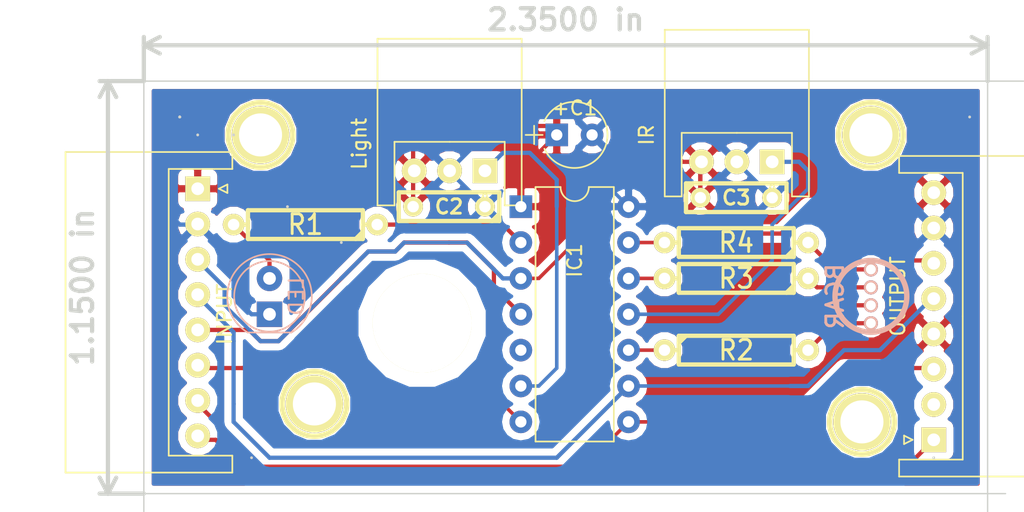
<source format=kicad_pcb>
(kicad_pcb (version 20160815) (host pcbnew "(2016-08-15 BZR 7057, Git 01d3c72)-product")

  (general
    (links 36)
    (no_connects 0)
    (area 10.109999 11.379999 73.710001 41.960001)
    (thickness 1.6)
    (drawings 17)
    (tracks 162)
    (zones 0)
    (modules 19)
    (nets 21)
  )

  (page A3)
  (layers
    (0 F.Cu signal hide)
    (31 B.Cu signal)
    (32 B.Adhes user hide)
    (33 F.Adhes user hide)
    (34 B.Paste user hide)
    (35 F.Paste user hide)
    (36 B.SilkS user)
    (37 F.SilkS user)
    (38 B.Mask user hide)
    (39 F.Mask user hide)
    (40 Dwgs.User user hide)
    (41 Cmts.User user hide)
    (42 Eco1.User user hide)
    (43 Eco2.User user hide)
    (44 Edge.Cuts user)
  )

  (setup
    (last_trace_width 0.3)
    (trace_clearance 0.3)
    (zone_clearance 0.508)
    (zone_45_only no)
    (trace_min 0.254)
    (segment_width 0.2)
    (edge_width 0.1)
    (via_size 0.889)
    (via_drill 0.635)
    (via_min_size 0.889)
    (via_min_drill 0.508)
    (uvia_size 0.508)
    (uvia_drill 0.127)
    (uvias_allowed no)
    (uvia_min_size 0.508)
    (uvia_min_drill 0.127)
    (pcb_text_width 0.3)
    (pcb_text_size 1.5 1.5)
    (mod_edge_width 0.15)
    (mod_text_size 1 1)
    (mod_text_width 0.15)
    (pad_size 4.064 4.064)
    (pad_drill 3.048)
    (pad_to_mask_clearance 0.5)
    (pad_to_paste_clearance -0.2)
    (aux_axis_origin 11.43 11.43)
    (visible_elements 7FFFFFFF)
    (pcbplotparams
      (layerselection 0x00030_ffffffff)
      (usegerberextensions true)
      (excludeedgelayer true)
      (linewidth 0.150000)
      (plotframeref false)
      (viasonmask false)
      (mode 1)
      (useauxorigin false)
      (hpglpennumber 1)
      (hpglpenspeed 20)
      (hpglpendiameter 15)
      (psnegative false)
      (psa4output false)
      (plotreference true)
      (plotvalue true)
      (plotinvisibletext false)
      (padsonsilk false)
      (subtractmaskfromsilk false)
      (outputformat 1)
      (mirror false)
      (drillshape 0)
      (scaleselection 1)
      (outputdirectory SingleStep/Gerber/))
  )

  (net 0 "")
  (net 1 /GND)
  (net 2 /MISO)
  (net 3 /MOSI)
  (net 4 /RST)
  (net 5 /SS)
  (net 6 "/Upstream MISO")
  (net 7 /Vcc)
  (net 8 CLK)
  (net 9 "Net-(IC1-Pad2)")
  (net 10 "Net-(IC1-Pad10)")
  (net 11 "Net-(IC1-Pad11)")
  (net 12 "Net-(IC1-Pad5)")
  (net 13 "Net-(IC1-Pad12)")
  (net 14 "Net-(IC1-Pad6)")
  (net 15 "Net-(IC1-Pad13)")
  (net 16 "Net-(LED2-Pad1)")
  (net 17 "Net-(LED2-Pad3)")
  (net 18 "Net-(LED2-Pad4)")
  (net 19 "Net-(P2-Pad2)")
  (net 20 "Net-(D1-Pad2)")

  (net_class Default "This is the default net class."
    (clearance 0.3)
    (trace_width 0.3)
    (via_dia 0.889)
    (via_drill 0.635)
    (uvia_dia 0.508)
    (uvia_drill 0.127)
    (diff_pair_gap 0.25)
    (diff_pair_width 0.2)
    (add_net /GND)
    (add_net /MISO)
    (add_net /MOSI)
    (add_net /RST)
    (add_net /SS)
    (add_net "/Upstream MISO")
    (add_net /Vcc)
    (add_net CLK)
    (add_net "Net-(D1-Pad2)")
    (add_net "Net-(IC1-Pad10)")
    (add_net "Net-(IC1-Pad11)")
    (add_net "Net-(IC1-Pad12)")
    (add_net "Net-(IC1-Pad13)")
    (add_net "Net-(IC1-Pad2)")
    (add_net "Net-(IC1-Pad5)")
    (add_net "Net-(IC1-Pad6)")
    (add_net "Net-(LED2-Pad1)")
    (add_net "Net-(LED2-Pad3)")
    (add_net "Net-(LED2-Pad4)")
    (add_net "Net-(P2-Pad2)")
  )

  (module Connectors_JST:JST_XH_S08B-XH-A_08x2.50mm_Angled (layer F.Cu) (tedit 58BE9B10) (tstamp 58BE982C)
    (at 15.24 19.05 270)
    (descr "JST XH series connector, S08B-XH-A, side entry type, through hole")
    (tags "connector jst xh tht side horizontal angled 2.50mm")
    (path /538CD788)
    (fp_text reference P1 (at 8.75 -3.5 270) (layer F.SilkS) hide
      (effects (font (size 1 1) (thickness 0.15)))
    )
    (fp_text value INPUT (at 8.89 -1.905 270) (layer F.SilkS)
      (effects (font (size 1 1) (thickness 0.15)))
    )
    (fp_line (start -2.45 -2.3) (end -2.45 9.2) (layer F.Fab) (width 0.1))
    (fp_line (start -2.45 9.2) (end 19.95 9.2) (layer F.Fab) (width 0.1))
    (fp_line (start 19.95 9.2) (end 19.95 -2.3) (layer F.Fab) (width 0.1))
    (fp_line (start 19.95 -2.3) (end -2.45 -2.3) (layer F.Fab) (width 0.1))
    (fp_line (start -2.95 -2.8) (end -2.95 9.7) (layer F.CrtYd) (width 0.05))
    (fp_line (start -2.95 9.7) (end 20.45 9.7) (layer F.CrtYd) (width 0.05))
    (fp_line (start 20.45 9.7) (end 20.45 -2.8) (layer F.CrtYd) (width 0.05))
    (fp_line (start 20.45 -2.8) (end -2.95 -2.8) (layer F.CrtYd) (width 0.05))
    (fp_line (start 8.75 9.35) (end -2.6 9.35) (layer F.SilkS) (width 0.12))
    (fp_line (start -2.6 9.35) (end -2.6 -2.45) (layer F.SilkS) (width 0.12))
    (fp_line (start -2.6 -2.45) (end -1.4 -2.45) (layer F.SilkS) (width 0.12))
    (fp_line (start -1.4 -2.45) (end -1.4 2.05) (layer F.SilkS) (width 0.12))
    (fp_line (start -1.4 2.05) (end 8.75 2.05) (layer F.SilkS) (width 0.12))
    (fp_line (start 8.75 9.35) (end 20.1 9.35) (layer F.SilkS) (width 0.12))
    (fp_line (start 20.1 9.35) (end 20.1 -2.45) (layer F.SilkS) (width 0.12))
    (fp_line (start 20.1 -2.45) (end 18.9 -2.45) (layer F.SilkS) (width 0.12))
    (fp_line (start 18.9 -2.45) (end 18.9 2.05) (layer F.SilkS) (width 0.12))
    (fp_line (start 18.9 2.05) (end 8.75 2.05) (layer F.SilkS) (width 0.12))
    (fp_line (start -0.25 3.45) (end -0.25 8.7) (layer F.Fab) (width 0.1))
    (fp_line (start -0.25 8.7) (end 0.25 8.7) (layer F.Fab) (width 0.1))
    (fp_line (start 0.25 8.7) (end 0.25 3.45) (layer F.Fab) (width 0.1))
    (fp_line (start 0.25 3.45) (end -0.25 3.45) (layer F.Fab) (width 0.1))
    (fp_line (start 2.25 3.45) (end 2.25 8.7) (layer F.Fab) (width 0.1))
    (fp_line (start 2.25 8.7) (end 2.75 8.7) (layer F.Fab) (width 0.1))
    (fp_line (start 2.75 8.7) (end 2.75 3.45) (layer F.Fab) (width 0.1))
    (fp_line (start 2.75 3.45) (end 2.25 3.45) (layer F.Fab) (width 0.1))
    (fp_line (start 4.75 3.45) (end 4.75 8.7) (layer F.Fab) (width 0.1))
    (fp_line (start 4.75 8.7) (end 5.25 8.7) (layer F.Fab) (width 0.1))
    (fp_line (start 5.25 8.7) (end 5.25 3.45) (layer F.Fab) (width 0.1))
    (fp_line (start 5.25 3.45) (end 4.75 3.45) (layer F.Fab) (width 0.1))
    (fp_line (start 7.25 3.45) (end 7.25 8.7) (layer F.Fab) (width 0.1))
    (fp_line (start 7.25 8.7) (end 7.75 8.7) (layer F.Fab) (width 0.1))
    (fp_line (start 7.75 8.7) (end 7.75 3.45) (layer F.Fab) (width 0.1))
    (fp_line (start 7.75 3.45) (end 7.25 3.45) (layer F.Fab) (width 0.1))
    (fp_line (start 9.75 3.45) (end 9.75 8.7) (layer F.Fab) (width 0.1))
    (fp_line (start 9.75 8.7) (end 10.25 8.7) (layer F.Fab) (width 0.1))
    (fp_line (start 10.25 8.7) (end 10.25 3.45) (layer F.Fab) (width 0.1))
    (fp_line (start 10.25 3.45) (end 9.75 3.45) (layer F.Fab) (width 0.1))
    (fp_line (start 12.25 3.45) (end 12.25 8.7) (layer F.Fab) (width 0.1))
    (fp_line (start 12.25 8.7) (end 12.75 8.7) (layer F.Fab) (width 0.1))
    (fp_line (start 12.75 8.7) (end 12.75 3.45) (layer F.Fab) (width 0.1))
    (fp_line (start 12.75 3.45) (end 12.25 3.45) (layer F.Fab) (width 0.1))
    (fp_line (start 14.75 3.45) (end 14.75 8.7) (layer F.Fab) (width 0.1))
    (fp_line (start 14.75 8.7) (end 15.25 8.7) (layer F.Fab) (width 0.1))
    (fp_line (start 15.25 8.7) (end 15.25 3.45) (layer F.Fab) (width 0.1))
    (fp_line (start 15.25 3.45) (end 14.75 3.45) (layer F.Fab) (width 0.1))
    (fp_line (start 17.25 3.45) (end 17.25 8.7) (layer F.Fab) (width 0.1))
    (fp_line (start 17.25 8.7) (end 17.75 8.7) (layer F.Fab) (width 0.1))
    (fp_line (start 17.75 8.7) (end 17.75 3.45) (layer F.Fab) (width 0.1))
    (fp_line (start 17.75 3.45) (end 17.25 3.45) (layer F.Fab) (width 0.1))
    (fp_line (start 0 -1.5) (end -0.3 -2.1) (layer F.SilkS) (width 0.12))
    (fp_line (start -0.3 -2.1) (end 0.3 -2.1) (layer F.SilkS) (width 0.12))
    (fp_line (start 0.3 -2.1) (end 0 -1.5) (layer F.SilkS) (width 0.12))
    (fp_line (start 0 -1.5) (end -0.3 -2.1) (layer F.Fab) (width 0.1))
    (fp_line (start -0.3 -2.1) (end 0.3 -2.1) (layer F.Fab) (width 0.1))
    (fp_line (start 0.3 -2.1) (end 0 -1.5) (layer F.Fab) (width 0.1))
    (fp_text user %R (at 8.75 2.25 270) (layer F.Fab)
      (effects (font (size 1 1) (thickness 0.15)))
    )
    (pad 1 thru_hole rect (at 0 0 270) (size 1.75 1.75) (drill 0.9) (layers *.Cu *.Mask F.SilkS)
      (net 7 /Vcc))
    (pad 2 thru_hole circle (at 2.5 0 270) (size 1.75 1.75) (drill 0.9) (layers *.Cu *.Mask F.SilkS)
      (net 1 /GND))
    (pad 3 thru_hole circle (at 5 0 270) (size 1.75 1.75) (drill 0.9) (layers *.Cu *.Mask F.SilkS)
      (net 5 /SS))
    (pad 4 thru_hole circle (at 7.5 0 270) (size 1.75 1.75) (drill 0.9) (layers *.Cu *.Mask F.SilkS)
      (net 8 CLK))
    (pad 5 thru_hole circle (at 10 0 270) (size 1.75 1.75) (drill 0.9) (layers *.Cu *.Mask F.SilkS)
      (net 4 /RST))
    (pad 6 thru_hole circle (at 12.5 0 270) (size 1.75 1.75) (drill 0.9) (layers *.Cu *.Mask F.SilkS)
      (net 3 /MOSI))
    (pad 7 thru_hole circle (at 15 0 270) (size 1.75 1.75) (drill 0.9) (layers *.Cu *.Mask F.SilkS)
      (net 2 /MISO))
    (pad 8 thru_hole circle (at 17.5 0 270) (size 1.75 1.75) (drill 0.9) (layers *.Cu *.Mask F.SilkS)
      (net 6 "/Upstream MISO"))
    (model Connectors_JST.3dshapes/JST_XH_S08B-XH-A_08x2.50mm_Angled.wrl
      (at (xyz 0 0 0))
      (scale (xyz 1 1 1))
      (rotate (xyz 0 0 0))
    )
  )

  (module R4 (layer F.Cu) (tedit 200000) (tstamp 53B00D07)
    (at 53.34 30.48)
    (descr "Resitance 4 pas")
    (tags R)
    (path /53AFFA5B)
    (autoplace_cost180 10)
    (fp_text reference R2 (at 0 0) (layer F.SilkS)
      (effects (font (size 1.397 1.27) (thickness 0.2032)))
    )
    (fp_text value R (at 0 0) (layer F.SilkS) hide
      (effects (font (size 1.397 1.27) (thickness 0.2032)))
    )
    (fp_line (start -5.08 0) (end -4.064 0) (layer F.SilkS) (width 0.3048))
    (fp_line (start -4.064 0) (end -4.064 -1.016) (layer F.SilkS) (width 0.3048))
    (fp_line (start -4.064 -1.016) (end 4.064 -1.016) (layer F.SilkS) (width 0.3048))
    (fp_line (start 4.064 -1.016) (end 4.064 1.016) (layer F.SilkS) (width 0.3048))
    (fp_line (start 4.064 1.016) (end -4.064 1.016) (layer F.SilkS) (width 0.3048))
    (fp_line (start -4.064 1.016) (end -4.064 0) (layer F.SilkS) (width 0.3048))
    (fp_line (start -4.064 -0.508) (end -3.556 -1.016) (layer F.SilkS) (width 0.3048))
    (fp_line (start 5.08 0) (end 4.064 0) (layer F.SilkS) (width 0.3048))
    (pad 1 thru_hole circle (at -5.08 0) (size 1.524 1.524) (drill 0.8128) (layers *.Cu *.Mask F.SilkS)
      (net 10 "Net-(IC1-Pad10)"))
    (pad 2 thru_hole circle (at 5.08 0) (size 1.524 1.524) (drill 0.8128) (layers *.Cu *.Mask F.SilkS)
      (net 16 "Net-(LED2-Pad1)"))
    (model discret/resistor.wrl
      (at (xyz 0 0 0))
      (scale (xyz 0.4 0.4 0.4))
      (rotate (xyz 0 0 0))
    )
  )

  (module R4 (layer F.Cu) (tedit 200000) (tstamp 53B00D15)
    (at 53.34 25.4 180)
    (descr "Resitance 4 pas")
    (tags R)
    (path /53AFFA6A)
    (autoplace_cost180 10)
    (fp_text reference R3 (at 0 0 180) (layer F.SilkS)
      (effects (font (size 1.397 1.27) (thickness 0.2032)))
    )
    (fp_text value R (at 0 0 180) (layer F.SilkS) hide
      (effects (font (size 1.397 1.27) (thickness 0.2032)))
    )
    (fp_line (start -5.08 0) (end -4.064 0) (layer F.SilkS) (width 0.3048))
    (fp_line (start -4.064 0) (end -4.064 -1.016) (layer F.SilkS) (width 0.3048))
    (fp_line (start -4.064 -1.016) (end 4.064 -1.016) (layer F.SilkS) (width 0.3048))
    (fp_line (start 4.064 -1.016) (end 4.064 1.016) (layer F.SilkS) (width 0.3048))
    (fp_line (start 4.064 1.016) (end -4.064 1.016) (layer F.SilkS) (width 0.3048))
    (fp_line (start -4.064 1.016) (end -4.064 0) (layer F.SilkS) (width 0.3048))
    (fp_line (start -4.064 -0.508) (end -3.556 -1.016) (layer F.SilkS) (width 0.3048))
    (fp_line (start 5.08 0) (end 4.064 0) (layer F.SilkS) (width 0.3048))
    (pad 1 thru_hole circle (at -5.08 0 180) (size 1.524 1.524) (drill 0.8128) (layers *.Cu *.Mask F.SilkS)
      (net 17 "Net-(LED2-Pad3)"))
    (pad 2 thru_hole circle (at 5.08 0 180) (size 1.524 1.524) (drill 0.8128) (layers *.Cu *.Mask F.SilkS)
      (net 13 "Net-(IC1-Pad12)"))
    (model discret/resistor.wrl
      (at (xyz 0 0 0))
      (scale (xyz 0.4 0.4 0.4))
      (rotate (xyz 0 0 0))
    )
  )

  (module R4 (layer F.Cu) (tedit 200000) (tstamp 53B00D23)
    (at 53.34 22.86 180)
    (descr "Resitance 4 pas")
    (tags R)
    (path /53AFFA79)
    (autoplace_cost180 10)
    (fp_text reference R4 (at 0 0 180) (layer F.SilkS)
      (effects (font (size 1.397 1.27) (thickness 0.2032)))
    )
    (fp_text value R (at 0 0 180) (layer F.SilkS) hide
      (effects (font (size 1.397 1.27) (thickness 0.2032)))
    )
    (fp_line (start -5.08 0) (end -4.064 0) (layer F.SilkS) (width 0.3048))
    (fp_line (start -4.064 0) (end -4.064 -1.016) (layer F.SilkS) (width 0.3048))
    (fp_line (start -4.064 -1.016) (end 4.064 -1.016) (layer F.SilkS) (width 0.3048))
    (fp_line (start 4.064 -1.016) (end 4.064 1.016) (layer F.SilkS) (width 0.3048))
    (fp_line (start 4.064 1.016) (end -4.064 1.016) (layer F.SilkS) (width 0.3048))
    (fp_line (start -4.064 1.016) (end -4.064 0) (layer F.SilkS) (width 0.3048))
    (fp_line (start -4.064 -0.508) (end -3.556 -1.016) (layer F.SilkS) (width 0.3048))
    (fp_line (start 5.08 0) (end 4.064 0) (layer F.SilkS) (width 0.3048))
    (pad 1 thru_hole circle (at -5.08 0 180) (size 1.524 1.524) (drill 0.8128) (layers *.Cu *.Mask F.SilkS)
      (net 18 "Net-(LED2-Pad4)"))
    (pad 2 thru_hole circle (at 5.08 0 180) (size 1.524 1.524) (drill 0.8128) (layers *.Cu *.Mask F.SilkS)
      (net 15 "Net-(IC1-Pad13)"))
    (model discret/resistor.wrl
      (at (xyz 0 0 0))
      (scale (xyz 0.4 0.4 0.4))
      (rotate (xyz 0 0 0))
    )
  )

  (module LED5_RGB_long (layer B.Cu) (tedit 58BEA067) (tstamp 53B05708)
    (at 62.865 26.67 90)
    (path /58BE9102)
    (fp_text reference LED2 (at 0 3.81 90) (layer B.SilkS) hide
      (effects (font (thickness 0.3048)) (justify mirror))
    )
    (fp_text value BGAR (at 0 -2.54 90) (layer B.SilkS)
      (effects (font (size 1.2 1.2) (thickness 0.2)) (justify mirror))
    )
    (fp_circle (center 0 0) (end 2.54 0) (layer B.SilkS) (width 0.381))
    (pad 1 thru_hole circle (at -1.905 0 90) (size 1.00076 1.00076) (drill 0.70104) (layers *.Cu *.Mask B.SilkS)
      (net 16 "Net-(LED2-Pad1)"))
    (pad 2 thru_hole circle (at -0.635 0 90) (size 1.00076 1.00076) (drill 0.70104) (layers *.Cu *.Mask B.SilkS)
      (net 7 /Vcc))
    (pad 3 thru_hole circle (at 0.635 0 90) (size 1.00076 1.00076) (drill 0.70104) (layers *.Cu *.Mask B.SilkS)
      (net 17 "Net-(LED2-Pad3)"))
    (pad 4 thru_hole circle (at 1.905 0 90) (size 1.00076 1.00076) (drill 0.70104) (layers *.Cu *.Mask B.SilkS)
      (net 18 "Net-(LED2-Pad4)"))
    (model led5RGB/led5_RGB_vertical-short.wrl
      (at (xyz 0 0 0))
      (scale (xyz 1 1 1))
      (rotate (xyz 0 0 0))
    )
  )

  (module C2 (layer F.Cu) (tedit 53B1A44C) (tstamp 538CE748)
    (at 53.34 19.685)
    (descr "Condensateur = 2 pas")
    (tags C)
    (path /538CDDC9)
    (fp_text reference C3 (at 0 0) (layer F.SilkS)
      (effects (font (size 1.016 1.016) (thickness 0.2032)))
    )
    (fp_text value C (at 0 0) (layer F.SilkS) hide
      (effects (font (size 1.016 1.016) (thickness 0.2032)))
    )
    (fp_line (start -3.556 -1.016) (end 3.556 -1.016) (layer F.SilkS) (width 0.3048))
    (fp_line (start 3.556 -1.016) (end 3.556 1.016) (layer F.SilkS) (width 0.3048))
    (fp_line (start 3.556 1.016) (end -3.556 1.016) (layer F.SilkS) (width 0.3048))
    (fp_line (start -3.556 1.016) (end -3.556 -1.016) (layer F.SilkS) (width 0.3048))
    (fp_line (start -3.556 -0.508) (end -3.048 -1.016) (layer F.SilkS) (width 0.3048))
    (pad 1 thru_hole circle (at -2.54 0) (size 1.397 1.397) (drill 0.8128) (layers *.Cu *.Mask F.SilkS)
      (net 7 /Vcc))
    (pad 2 thru_hole circle (at 2.54 0) (size 1.397 1.397) (drill 0.8128) (layers *.Cu *.Mask F.SilkS)
      (net 1 /GND))
    (model discret/capa_2pas_5x5mm.wrl
      (at (xyz 0 0 0))
      (scale (xyz 1 1 1))
      (rotate (xyz 0 0 0))
    )
  )

  (module C2 (layer F.Cu) (tedit 200000) (tstamp 538CE73D)
    (at 33.02 20.32 180)
    (descr "Condensateur = 2 pas")
    (tags C)
    (path /538CDDB4)
    (fp_text reference C2 (at 0 0 180) (layer F.SilkS)
      (effects (font (size 1.016 1.016) (thickness 0.2032)))
    )
    (fp_text value C (at 0 0 180) (layer F.SilkS) hide
      (effects (font (size 1.016 1.016) (thickness 0.2032)))
    )
    (fp_line (start -3.556 -1.016) (end 3.556 -1.016) (layer F.SilkS) (width 0.3048))
    (fp_line (start 3.556 -1.016) (end 3.556 1.016) (layer F.SilkS) (width 0.3048))
    (fp_line (start 3.556 1.016) (end -3.556 1.016) (layer F.SilkS) (width 0.3048))
    (fp_line (start -3.556 1.016) (end -3.556 -1.016) (layer F.SilkS) (width 0.3048))
    (fp_line (start -3.556 -0.508) (end -3.048 -1.016) (layer F.SilkS) (width 0.3048))
    (pad 1 thru_hole circle (at -2.54 0 180) (size 1.397 1.397) (drill 0.8128) (layers *.Cu *.Mask F.SilkS)
      (net 1 /GND))
    (pad 2 thru_hole circle (at 2.54 0 180) (size 1.397 1.397) (drill 0.8128) (layers *.Cu *.Mask F.SilkS)
      (net 7 /Vcc))
    (model discret/capa_2pas_5x5mm.wrl
      (at (xyz 0 0 0))
      (scale (xyz 1 1 1))
      (rotate (xyz 0 0 0))
    )
  )

  (module R4 (layer F.Cu) (tedit 53B1B0C0) (tstamp 538CE723)
    (at 22.86 21.59 180)
    (descr "Resitance 4 pas")
    (tags R)
    (path /538CDC62)
    (autoplace_cost180 10)
    (fp_text reference R1 (at 0 0 180) (layer F.SilkS)
      (effects (font (size 1.397 1.27) (thickness 0.2032)))
    )
    (fp_text value R (at 0 0 180) (layer F.SilkS) hide
      (effects (font (size 1.397 1.27) (thickness 0.2032)))
    )
    (fp_line (start -5.08 0) (end -4.064 0) (layer F.SilkS) (width 0.3048))
    (fp_line (start -4.064 0) (end -4.064 -1.016) (layer F.SilkS) (width 0.3048))
    (fp_line (start -4.064 -1.016) (end 4.064 -1.016) (layer F.SilkS) (width 0.3048))
    (fp_line (start 4.064 -1.016) (end 4.064 1.016) (layer F.SilkS) (width 0.3048))
    (fp_line (start 4.064 1.016) (end -4.064 1.016) (layer F.SilkS) (width 0.3048))
    (fp_line (start -4.064 1.016) (end -4.064 0) (layer F.SilkS) (width 0.3048))
    (fp_line (start -4.064 -0.508) (end -3.556 -1.016) (layer F.SilkS) (width 0.3048))
    (fp_line (start 5.08 0) (end 4.064 0) (layer F.SilkS) (width 0.3048))
    (pad 1 thru_hole circle (at -5.08 0 180) (size 1.524 1.524) (drill 0.8128) (layers *.Cu *.Mask F.SilkS)
      (net 9 "Net-(IC1-Pad2)"))
    (pad 2 thru_hole circle (at 5.08 0 180) (size 1.524 1.524) (drill 0.8128) (layers *.Cu *.Mask F.SilkS)
      (net 20 "Net-(D1-Pad2)"))
    (model discret/resistor.wrl
      (at (xyz 0 0 0))
      (scale (xyz 0.4 0.4 0.4))
      (rotate (xyz 0 0 0))
    )
  )

  (module 1pin (layer F.Cu) (tedit 53B31895) (tstamp 53B0ED28)
    (at 62.865 15.24)
    (descr "module 1 pin (ou trou mecanique de percage)")
    (tags DEV)
    (path 1pin)
    (fp_text reference "" (at 0 -3.048) (layer F.SilkS)
      (effects (font (size 1.016 1.016) (thickness 0.254)))
    )
    (fp_text value "" (at 0 2.794) (layer F.SilkS) hide
      (effects (font (size 1.016 1.016) (thickness 0.254)))
    )
    (fp_circle (center 0 0) (end 0 -2.286) (layer F.SilkS) (width 0.381))
    (pad "" np_thru_hole circle (at 0 0) (size 4.064 4.064) (drill 3.048) (layers *.Cu *.Mask F.SilkS))
  )

  (module 1pin (layer F.Cu) (tedit 53B318B1) (tstamp 53B0ED34)
    (at 62.23 35.56)
    (descr "module 1 pin (ou trou mecanique de percage)")
    (tags DEV)
    (path 1pin)
    (fp_text reference "" (at 0 -3.048) (layer F.SilkS)
      (effects (font (size 1.016 1.016) (thickness 0.254)))
    )
    (fp_text value "" (at 0 2.794) (layer F.SilkS) hide
      (effects (font (size 1.016 1.016) (thickness 0.254)))
    )
    (fp_circle (center 0 0) (end 0 -2.286) (layer F.SilkS) (width 0.381))
    (pad "" np_thru_hole circle (at 0 0) (size 4.064 4.064) (drill 3.048) (layers *.Cu *.Mask F.SilkS))
  )

  (module 1pin (layer F.Cu) (tedit 53B318E1) (tstamp 53B0ED3F)
    (at 19.685 15.24)
    (descr "module 1 pin (ou trou mecanique de percage)")
    (tags DEV)
    (path 1pin)
    (fp_text reference "" (at 0 -3.048) (layer F.SilkS)
      (effects (font (size 1.016 1.016) (thickness 0.254)))
    )
    (fp_text value "" (at 0 2.794) (layer F.SilkS) hide
      (effects (font (size 1.016 1.016) (thickness 0.254)))
    )
    (fp_circle (center 0 0) (end 0 -2.286) (layer F.SilkS) (width 0.381))
    (pad "" np_thru_hole circle (at 0 0) (size 4.064 4.064) (drill 3.048) (layers *.Cu *.Mask F.SilkS))
  )

  (module "Screw Hole" (layer F.Cu) (tedit 53B318C2) (tstamp 53B0FDE1)
    (at 31.115 28.575)
    (fp_text reference "" (at 0 -2.54) (layer F.SilkS)
      (effects (font (size 1 1) (thickness 0.15)))
    )
    (fp_text value "" (at 0 2.54) (layer F.SilkS)
      (effects (font (size 1 1) (thickness 0.15)))
    )
    (pad "" np_thru_hole circle (at 0 0) (size 7 7) (drill 7) (layers *.Cu *.Mask F.SilkS)
      (solder_mask_margin 1) (clearance 1))
  )

  (module 1pin (layer F.Cu) (tedit 53B318CA) (tstamp 53B275AF)
    (at 23.495 34.29)
    (descr "module 1 pin (ou trou mecanique de percage)")
    (tags DEV)
    (path 1pin)
    (fp_text reference "" (at 0 -3.048) (layer F.SilkS)
      (effects (font (size 1.016 1.016) (thickness 0.254)))
    )
    (fp_text value "" (at 0 2.794) (layer F.SilkS) hide
      (effects (font (size 1.016 1.016) (thickness 0.254)))
    )
    (fp_circle (center 0 0) (end 0 -2.286) (layer F.SilkS) (width 0.381))
    (pad "" np_thru_hole circle (at 0 0) (size 4.064 4.064) (drill 3.048) (layers *.Cu *.Mask F.SilkS))
  )

  (module Capacitors_ThroughHole:CP_Radial_Tantal_D4.5mm_P2.50mm (layer F.Cu) (tedit 58BEA1F6) (tstamp 58BE9808)
    (at 40.64 15.24)
    (descr "CP, Radial_Tantal series, Radial, pin pitch=2.50mm, , diameter=4.5mm, Tantal Electrolytic Capacitor, http://cdn-reichelt.de/documents/datenblatt/B300/TANTAL-TB-Serie%23.pdf")
    (tags "CP Radial_Tantal series Radial pin pitch 2.50mm  diameter 4.5mm Tantal Electrolytic Capacitor")
    (path /538CDDF3)
    (fp_text reference +C1 (at 1.27 -1.905) (layer F.SilkS)
      (effects (font (size 1 1) (thickness 0.15)))
    )
    (fp_text value CP1 (at 1.25 3.31) (layer F.Fab)
      (effects (font (size 1 1) (thickness 0.15)))
    )
    (fp_arc (start 1.25 0) (end -0.8749 -0.98) (angle 130.5) (layer F.SilkS) (width 0.12))
    (fp_arc (start 1.25 0) (end -0.8749 0.98) (angle -130.5) (layer F.SilkS) (width 0.12))
    (fp_arc (start 1.25 0) (end 3.3749 -0.98) (angle 49.5) (layer F.SilkS) (width 0.12))
    (fp_circle (center 1.25 0) (end 3.5 0) (layer F.Fab) (width 0.1))
    (fp_line (start -2.2 0) (end -1 0) (layer F.Fab) (width 0.1))
    (fp_line (start -1.6 -0.65) (end -1.6 0.65) (layer F.Fab) (width 0.1))
    (fp_line (start -2.2 0) (end -1 0) (layer F.SilkS) (width 0.12))
    (fp_line (start -1.6 -0.65) (end -1.6 0.65) (layer F.SilkS) (width 0.12))
    (fp_line (start -1.35 -2.6) (end -1.35 2.6) (layer F.CrtYd) (width 0.05))
    (fp_line (start -1.35 2.6) (end 3.85 2.6) (layer F.CrtYd) (width 0.05))
    (fp_line (start 3.85 2.6) (end 3.85 -2.6) (layer F.CrtYd) (width 0.05))
    (fp_line (start 3.85 -2.6) (end -1.35 -2.6) (layer F.CrtYd) (width 0.05))
    (pad 1 thru_hole rect (at 0 0) (size 1.6 1.6) (drill 0.8) (layers *.Cu *.Mask)
      (net 7 /Vcc))
    (pad 2 thru_hole circle (at 2.5 0) (size 1.6 1.6) (drill 0.8) (layers *.Cu *.Mask)
      (net 1 /GND))
    (model Capacitors_THT.3dshapes/CP_Radial_Tantal_D4.5mm_P2.50mm.wrl
      (at (xyz 0 0 0))
      (scale (xyz 0.393701 0.393701 0.393701))
      (rotate (xyz 0 0 0))
    )
  )

  (module LEDs:LED_D5.0mm (layer B.Cu) (tedit 58BEA11C) (tstamp 58BE980E)
    (at 20.32 27.94 90)
    (descr "LED, diameter 5.0mm, 2 pins, http://cdn-reichelt.de/documents/datenblatt/A500/LL-504BC2E-009.pdf")
    (tags "LED diameter 5.0mm 2 pins")
    (path /538CDC38)
    (fp_text reference D1 (at 1.27 3.96 90) (layer B.SilkS) hide
      (effects (font (size 1 1) (thickness 0.15)) (justify mirror))
    )
    (fp_text value LED (at 1.27 1.905 90) (layer B.SilkS)
      (effects (font (size 1 1) (thickness 0.15)) (justify mirror))
    )
    (fp_arc (start 1.27 0) (end -1.23 1.469694) (angle -299.1) (layer B.Fab) (width 0.1))
    (fp_arc (start 1.27 0) (end -1.29 1.54483) (angle -148.9) (layer B.SilkS) (width 0.12))
    (fp_arc (start 1.27 0) (end -1.29 -1.54483) (angle 148.9) (layer B.SilkS) (width 0.12))
    (fp_circle (center 1.27 0) (end 3.77 0) (layer B.Fab) (width 0.1))
    (fp_circle (center 1.27 0) (end 3.77 0) (layer B.SilkS) (width 0.12))
    (fp_line (start -1.23 1.469694) (end -1.23 -1.469694) (layer B.Fab) (width 0.1))
    (fp_line (start -1.29 1.545) (end -1.29 -1.545) (layer B.SilkS) (width 0.12))
    (fp_line (start -1.95 3.25) (end -1.95 -3.25) (layer B.CrtYd) (width 0.05))
    (fp_line (start -1.95 -3.25) (end 4.5 -3.25) (layer B.CrtYd) (width 0.05))
    (fp_line (start 4.5 -3.25) (end 4.5 3.25) (layer B.CrtYd) (width 0.05))
    (fp_line (start 4.5 3.25) (end -1.95 3.25) (layer B.CrtYd) (width 0.05))
    (pad 1 thru_hole rect (at 0 0 90) (size 1.8 1.8) (drill 0.9) (layers *.Cu *.Mask)
      (net 1 /GND))
    (pad 2 thru_hole circle (at 2.54 0 90) (size 1.8 1.8) (drill 0.9) (layers *.Cu *.Mask)
      (net 20 "Net-(D1-Pad2)"))
    (model LEDs.3dshapes/LED_D5.0mm.wrl
      (at (xyz 0 0 0))
      (scale (xyz 0.393701 0.393701 0.393701))
      (rotate (xyz 0 0 0))
    )
  )

  (module Housings_DIP:DIP-14_W7.62mm (layer F.Cu) (tedit 58BE9F5F) (tstamp 58BE9820)
    (at 38.1 20.32)
    (descr "14-lead dip package, row spacing 7.62 mm (300 mils)")
    (tags "DIL DIP PDIP 2.54mm 7.62mm 300mil")
    (path /538CD6FA)
    (fp_text reference IC1 (at 3.81 3.81 90) (layer F.SilkS)
      (effects (font (size 1 1) (thickness 0.15)))
    )
    (fp_text value ATTINY24A-P (at 3.81 17.63) (layer F.Fab)
      (effects (font (size 1 1) (thickness 0.15)))
    )
    (fp_arc (start 3.81 -1.39) (end 2.81 -1.39) (angle -180) (layer F.SilkS) (width 0.12))
    (fp_line (start 1.635 -1.27) (end 6.985 -1.27) (layer F.Fab) (width 0.1))
    (fp_line (start 6.985 -1.27) (end 6.985 16.51) (layer F.Fab) (width 0.1))
    (fp_line (start 6.985 16.51) (end 0.635 16.51) (layer F.Fab) (width 0.1))
    (fp_line (start 0.635 16.51) (end 0.635 -0.27) (layer F.Fab) (width 0.1))
    (fp_line (start 0.635 -0.27) (end 1.635 -1.27) (layer F.Fab) (width 0.1))
    (fp_line (start 2.81 -1.39) (end 1.04 -1.39) (layer F.SilkS) (width 0.12))
    (fp_line (start 1.04 -1.39) (end 1.04 16.63) (layer F.SilkS) (width 0.12))
    (fp_line (start 1.04 16.63) (end 6.58 16.63) (layer F.SilkS) (width 0.12))
    (fp_line (start 6.58 16.63) (end 6.58 -1.39) (layer F.SilkS) (width 0.12))
    (fp_line (start 6.58 -1.39) (end 4.81 -1.39) (layer F.SilkS) (width 0.12))
    (fp_line (start -1.1 -1.6) (end -1.1 16.8) (layer F.CrtYd) (width 0.05))
    (fp_line (start -1.1 16.8) (end 8.7 16.8) (layer F.CrtYd) (width 0.05))
    (fp_line (start 8.7 16.8) (end 8.7 -1.6) (layer F.CrtYd) (width 0.05))
    (fp_line (start 8.7 -1.6) (end -1.1 -1.6) (layer F.CrtYd) (width 0.05))
    (pad 1 thru_hole rect (at 0 0) (size 1.6 1.6) (drill 0.8) (layers *.Cu *.Mask)
      (net 7 /Vcc))
    (pad 8 thru_hole oval (at 7.62 15.24) (size 1.6 1.6) (drill 0.8) (layers *.Cu *.Mask)
      (net 2 /MISO))
    (pad 2 thru_hole oval (at 0 2.54) (size 1.6 1.6) (drill 0.8) (layers *.Cu *.Mask)
      (net 9 "Net-(IC1-Pad2)"))
    (pad 9 thru_hole oval (at 7.62 12.7) (size 1.6 1.6) (drill 0.8) (layers *.Cu *.Mask)
      (net 8 CLK))
    (pad 3 thru_hole oval (at 0 5.08) (size 1.6 1.6) (drill 0.8) (layers *.Cu *.Mask)
      (net 5 /SS))
    (pad 10 thru_hole oval (at 7.62 10.16) (size 1.6 1.6) (drill 0.8) (layers *.Cu *.Mask)
      (net 10 "Net-(IC1-Pad10)"))
    (pad 4 thru_hole oval (at 0 7.62) (size 1.6 1.6) (drill 0.8) (layers *.Cu *.Mask)
      (net 4 /RST))
    (pad 11 thru_hole oval (at 7.62 7.62) (size 1.6 1.6) (drill 0.8) (layers *.Cu *.Mask)
      (net 11 "Net-(IC1-Pad11)"))
    (pad 5 thru_hole oval (at 0 10.16) (size 1.6 1.6) (drill 0.8) (layers *.Cu *.Mask)
      (net 12 "Net-(IC1-Pad5)"))
    (pad 12 thru_hole oval (at 7.62 5.08) (size 1.6 1.6) (drill 0.8) (layers *.Cu *.Mask)
      (net 13 "Net-(IC1-Pad12)"))
    (pad 6 thru_hole oval (at 0 12.7) (size 1.6 1.6) (drill 0.8) (layers *.Cu *.Mask)
      (net 14 "Net-(IC1-Pad6)"))
    (pad 13 thru_hole oval (at 7.62 2.54) (size 1.6 1.6) (drill 0.8) (layers *.Cu *.Mask)
      (net 15 "Net-(IC1-Pad13)"))
    (pad 7 thru_hole oval (at 0 15.24) (size 1.6 1.6) (drill 0.8) (layers *.Cu *.Mask)
      (net 3 /MOSI))
    (pad 14 thru_hole oval (at 7.62 0) (size 1.6 1.6) (drill 0.8) (layers *.Cu *.Mask)
      (net 1 /GND))
    (model Housings_DIP.3dshapes/DIP-14_W7.62mm.wrl
      (at (xyz 0 0 0))
      (scale (xyz 1 1 1))
      (rotate (xyz 0 0 0))
    )
  )

  (module Connectors_JST:JST_XH_S08B-XH-A_08x2.50mm_Angled (layer F.Cu) (tedit 58BE9E1C) (tstamp 58BE9838)
    (at 67.31 36.83 90)
    (descr "JST XH series connector, S08B-XH-A, side entry type, through hole")
    (tags "connector jst xh tht side horizontal angled 2.50mm")
    (path /538CD7A0)
    (fp_text reference P2 (at 8.75 -3.5 90) (layer F.SilkS) hide
      (effects (font (size 1 1) (thickness 0.15)))
    )
    (fp_text value OUTPUT (at 10.16 -2.54 90) (layer F.SilkS)
      (effects (font (size 1 1) (thickness 0.15)))
    )
    (fp_line (start -2.45 -2.3) (end -2.45 9.2) (layer F.Fab) (width 0.1))
    (fp_line (start -2.45 9.2) (end 19.95 9.2) (layer F.Fab) (width 0.1))
    (fp_line (start 19.95 9.2) (end 19.95 -2.3) (layer F.Fab) (width 0.1))
    (fp_line (start 19.95 -2.3) (end -2.45 -2.3) (layer F.Fab) (width 0.1))
    (fp_line (start -2.95 -2.8) (end -2.95 9.7) (layer F.CrtYd) (width 0.05))
    (fp_line (start -2.95 9.7) (end 20.45 9.7) (layer F.CrtYd) (width 0.05))
    (fp_line (start 20.45 9.7) (end 20.45 -2.8) (layer F.CrtYd) (width 0.05))
    (fp_line (start 20.45 -2.8) (end -2.95 -2.8) (layer F.CrtYd) (width 0.05))
    (fp_line (start 8.75 9.35) (end -2.6 9.35) (layer F.SilkS) (width 0.12))
    (fp_line (start -2.6 9.35) (end -2.6 -2.45) (layer F.SilkS) (width 0.12))
    (fp_line (start -2.6 -2.45) (end -1.4 -2.45) (layer F.SilkS) (width 0.12))
    (fp_line (start -1.4 -2.45) (end -1.4 2.05) (layer F.SilkS) (width 0.12))
    (fp_line (start -1.4 2.05) (end 8.75 2.05) (layer F.SilkS) (width 0.12))
    (fp_line (start 8.75 9.35) (end 20.1 9.35) (layer F.SilkS) (width 0.12))
    (fp_line (start 20.1 9.35) (end 20.1 -2.45) (layer F.SilkS) (width 0.12))
    (fp_line (start 20.1 -2.45) (end 18.9 -2.45) (layer F.SilkS) (width 0.12))
    (fp_line (start 18.9 -2.45) (end 18.9 2.05) (layer F.SilkS) (width 0.12))
    (fp_line (start 18.9 2.05) (end 8.75 2.05) (layer F.SilkS) (width 0.12))
    (fp_line (start -0.25 3.45) (end -0.25 8.7) (layer F.Fab) (width 0.1))
    (fp_line (start -0.25 8.7) (end 0.25 8.7) (layer F.Fab) (width 0.1))
    (fp_line (start 0.25 8.7) (end 0.25 3.45) (layer F.Fab) (width 0.1))
    (fp_line (start 0.25 3.45) (end -0.25 3.45) (layer F.Fab) (width 0.1))
    (fp_line (start 2.25 3.45) (end 2.25 8.7) (layer F.Fab) (width 0.1))
    (fp_line (start 2.25 8.7) (end 2.75 8.7) (layer F.Fab) (width 0.1))
    (fp_line (start 2.75 8.7) (end 2.75 3.45) (layer F.Fab) (width 0.1))
    (fp_line (start 2.75 3.45) (end 2.25 3.45) (layer F.Fab) (width 0.1))
    (fp_line (start 4.75 3.45) (end 4.75 8.7) (layer F.Fab) (width 0.1))
    (fp_line (start 4.75 8.7) (end 5.25 8.7) (layer F.Fab) (width 0.1))
    (fp_line (start 5.25 8.7) (end 5.25 3.45) (layer F.Fab) (width 0.1))
    (fp_line (start 5.25 3.45) (end 4.75 3.45) (layer F.Fab) (width 0.1))
    (fp_line (start 7.25 3.45) (end 7.25 8.7) (layer F.Fab) (width 0.1))
    (fp_line (start 7.25 8.7) (end 7.75 8.7) (layer F.Fab) (width 0.1))
    (fp_line (start 7.75 8.7) (end 7.75 3.45) (layer F.Fab) (width 0.1))
    (fp_line (start 7.75 3.45) (end 7.25 3.45) (layer F.Fab) (width 0.1))
    (fp_line (start 9.75 3.45) (end 9.75 8.7) (layer F.Fab) (width 0.1))
    (fp_line (start 9.75 8.7) (end 10.25 8.7) (layer F.Fab) (width 0.1))
    (fp_line (start 10.25 8.7) (end 10.25 3.45) (layer F.Fab) (width 0.1))
    (fp_line (start 10.25 3.45) (end 9.75 3.45) (layer F.Fab) (width 0.1))
    (fp_line (start 12.25 3.45) (end 12.25 8.7) (layer F.Fab) (width 0.1))
    (fp_line (start 12.25 8.7) (end 12.75 8.7) (layer F.Fab) (width 0.1))
    (fp_line (start 12.75 8.7) (end 12.75 3.45) (layer F.Fab) (width 0.1))
    (fp_line (start 12.75 3.45) (end 12.25 3.45) (layer F.Fab) (width 0.1))
    (fp_line (start 14.75 3.45) (end 14.75 8.7) (layer F.Fab) (width 0.1))
    (fp_line (start 14.75 8.7) (end 15.25 8.7) (layer F.Fab) (width 0.1))
    (fp_line (start 15.25 8.7) (end 15.25 3.45) (layer F.Fab) (width 0.1))
    (fp_line (start 15.25 3.45) (end 14.75 3.45) (layer F.Fab) (width 0.1))
    (fp_line (start 17.25 3.45) (end 17.25 8.7) (layer F.Fab) (width 0.1))
    (fp_line (start 17.25 8.7) (end 17.75 8.7) (layer F.Fab) (width 0.1))
    (fp_line (start 17.75 8.7) (end 17.75 3.45) (layer F.Fab) (width 0.1))
    (fp_line (start 17.75 3.45) (end 17.25 3.45) (layer F.Fab) (width 0.1))
    (fp_line (start 0 -1.5) (end -0.3 -2.1) (layer F.SilkS) (width 0.12))
    (fp_line (start -0.3 -2.1) (end 0.3 -2.1) (layer F.SilkS) (width 0.12))
    (fp_line (start 0.3 -2.1) (end 0 -1.5) (layer F.SilkS) (width 0.12))
    (fp_line (start 0 -1.5) (end -0.3 -2.1) (layer F.Fab) (width 0.1))
    (fp_line (start -0.3 -2.1) (end 0.3 -2.1) (layer F.Fab) (width 0.1))
    (fp_line (start 0.3 -2.1) (end 0 -1.5) (layer F.Fab) (width 0.1))
    (fp_text user %R (at 8.75 2.25 90) (layer F.Fab)
      (effects (font (size 1 1) (thickness 0.15)))
    )
    (pad 1 thru_hole rect (at 0 0 90) (size 1.75 1.75) (drill 0.9) (layers *.Cu *.Mask F.SilkS)
      (net 6 "/Upstream MISO"))
    (pad 2 thru_hole circle (at 2.5 0 90) (size 1.75 1.75) (drill 0.9) (layers *.Cu *.Mask F.SilkS)
      (net 19 "Net-(P2-Pad2)"))
    (pad 3 thru_hole circle (at 5 0 90) (size 1.75 1.75) (drill 0.9) (layers *.Cu *.Mask F.SilkS)
      (net 2 /MISO))
    (pad 4 thru_hole circle (at 7.5 0 90) (size 1.75 1.75) (drill 0.9) (layers *.Cu *.Mask F.SilkS)
      (net 7 /Vcc))
    (pad 5 thru_hole circle (at 10 0 90) (size 1.75 1.75) (drill 0.9) (layers *.Cu *.Mask F.SilkS)
      (net 8 CLK))
    (pad 6 thru_hole circle (at 12.5 0 90) (size 1.75 1.75) (drill 0.9) (layers *.Cu *.Mask F.SilkS)
      (net 5 /SS))
    (pad 7 thru_hole circle (at 15 0 90) (size 1.75 1.75) (drill 0.9) (layers *.Cu *.Mask F.SilkS)
      (net 1 /GND))
    (pad 8 thru_hole circle (at 17.5 0 90) (size 1.75 1.75) (drill 0.9) (layers *.Cu *.Mask F.SilkS)
      (net 7 /Vcc))
    (model Connectors_JST.3dshapes/JST_XH_S08B-XH-A_08x2.50mm_Angled.wrl
      (at (xyz 0 0 0))
      (scale (xyz 1 1 1))
      (rotate (xyz 0 0 0))
    )
  )

  (module Connectors_JST:JST_XH_S03B-XH-A_03x2.50mm_Angled (layer F.Cu) (tedit 58BE9E83) (tstamp 58BE983F)
    (at 35.56 17.78 180)
    (descr "JST XH series connector, S03B-XH-A, side entry type, through hole")
    (tags "connector jst xh tht side horizontal angled 2.50mm")
    (path /58BE95A4)
    (fp_text reference P3 (at 2.5 -3.5 180) (layer F.SilkS) hide
      (effects (font (size 1 1) (thickness 0.15)))
    )
    (fp_text value Light (at 8.89 1.905 270) (layer F.SilkS)
      (effects (font (size 1 1) (thickness 0.15)))
    )
    (fp_line (start -2.45 -2.3) (end -2.45 9.2) (layer F.Fab) (width 0.1))
    (fp_line (start -2.45 9.2) (end 7.45 9.2) (layer F.Fab) (width 0.1))
    (fp_line (start 7.45 9.2) (end 7.45 -2.3) (layer F.Fab) (width 0.1))
    (fp_line (start 7.45 -2.3) (end -2.45 -2.3) (layer F.Fab) (width 0.1))
    (fp_line (start -2.95 -2.8) (end -2.95 9.7) (layer F.CrtYd) (width 0.05))
    (fp_line (start -2.95 9.7) (end 7.95 9.7) (layer F.CrtYd) (width 0.05))
    (fp_line (start 7.95 9.7) (end 7.95 -2.8) (layer F.CrtYd) (width 0.05))
    (fp_line (start 7.95 -2.8) (end -2.95 -2.8) (layer F.CrtYd) (width 0.05))
    (fp_line (start 2.5 9.35) (end -2.6 9.35) (layer F.SilkS) (width 0.12))
    (fp_line (start -2.6 9.35) (end -2.6 -2.45) (layer F.SilkS) (width 0.12))
    (fp_line (start -2.6 -2.45) (end -1.4 -2.45) (layer F.SilkS) (width 0.12))
    (fp_line (start -1.4 -2.45) (end -1.4 2.05) (layer F.SilkS) (width 0.12))
    (fp_line (start -1.4 2.05) (end 2.5 2.05) (layer F.SilkS) (width 0.12))
    (fp_line (start 2.5 9.35) (end 7.6 9.35) (layer F.SilkS) (width 0.12))
    (fp_line (start 7.6 9.35) (end 7.6 -2.45) (layer F.SilkS) (width 0.12))
    (fp_line (start 7.6 -2.45) (end 6.4 -2.45) (layer F.SilkS) (width 0.12))
    (fp_line (start 6.4 -2.45) (end 6.4 2.05) (layer F.SilkS) (width 0.12))
    (fp_line (start 6.4 2.05) (end 2.5 2.05) (layer F.SilkS) (width 0.12))
    (fp_line (start -0.25 3.45) (end -0.25 8.7) (layer F.Fab) (width 0.1))
    (fp_line (start -0.25 8.7) (end 0.25 8.7) (layer F.Fab) (width 0.1))
    (fp_line (start 0.25 8.7) (end 0.25 3.45) (layer F.Fab) (width 0.1))
    (fp_line (start 0.25 3.45) (end -0.25 3.45) (layer F.Fab) (width 0.1))
    (fp_line (start 2.25 3.45) (end 2.25 8.7) (layer F.Fab) (width 0.1))
    (fp_line (start 2.25 8.7) (end 2.75 8.7) (layer F.Fab) (width 0.1))
    (fp_line (start 2.75 8.7) (end 2.75 3.45) (layer F.Fab) (width 0.1))
    (fp_line (start 2.75 3.45) (end 2.25 3.45) (layer F.Fab) (width 0.1))
    (fp_line (start 4.75 3.45) (end 4.75 8.7) (layer F.Fab) (width 0.1))
    (fp_line (start 4.75 8.7) (end 5.25 8.7) (layer F.Fab) (width 0.1))
    (fp_line (start 5.25 8.7) (end 5.25 3.45) (layer F.Fab) (width 0.1))
    (fp_line (start 5.25 3.45) (end 4.75 3.45) (layer F.Fab) (width 0.1))
    (fp_line (start 0 -1.5) (end -0.3 -2.1) (layer F.SilkS) (width 0.12))
    (fp_line (start -0.3 -2.1) (end 0.3 -2.1) (layer F.SilkS) (width 0.12))
    (fp_line (start 0.3 -2.1) (end 0 -1.5) (layer F.SilkS) (width 0.12))
    (fp_line (start 0 -1.5) (end -0.3 -2.1) (layer F.Fab) (width 0.1))
    (fp_line (start -0.3 -2.1) (end 0.3 -2.1) (layer F.Fab) (width 0.1))
    (fp_line (start 0.3 -2.1) (end 0 -1.5) (layer F.Fab) (width 0.1))
    (fp_text user %R (at 2.5 2.25 180) (layer F.Fab)
      (effects (font (size 1 1) (thickness 0.15)))
    )
    (pad 1 thru_hole rect (at 0 0 180) (size 1.75 1.75) (drill 0.9) (layers *.Cu *.Mask F.SilkS)
      (net 14 "Net-(IC1-Pad6)"))
    (pad 2 thru_hole circle (at 2.5 0 180) (size 1.75 1.75) (drill 0.9) (layers *.Cu *.Mask F.SilkS)
      (net 1 /GND))
    (pad 3 thru_hole circle (at 5 0 180) (size 1.75 1.75) (drill 0.9) (layers *.Cu *.Mask F.SilkS)
      (net 7 /Vcc))
    (model Connectors_JST.3dshapes/JST_XH_S03B-XH-A_03x2.50mm_Angled.wrl
      (at (xyz 0 0 0))
      (scale (xyz 1 1 1))
      (rotate (xyz 0 0 0))
    )
  )

  (module Connectors_JST:JST_XH_S03B-XH-A_03x2.50mm_Angled (layer F.Cu) (tedit 58BE9E8A) (tstamp 58BE9846)
    (at 55.88 17.145 180)
    (descr "JST XH series connector, S03B-XH-A, side entry type, through hole")
    (tags "connector jst xh tht side horizontal angled 2.50mm")
    (path /58BE9674)
    (fp_text reference P4 (at 2.5 -3.5 180) (layer F.SilkS) hide
      (effects (font (size 1 1) (thickness 0.15)))
    )
    (fp_text value IR (at 8.89 1.905 270) (layer F.SilkS)
      (effects (font (size 1 1) (thickness 0.15)))
    )
    (fp_line (start -2.45 -2.3) (end -2.45 9.2) (layer F.Fab) (width 0.1))
    (fp_line (start -2.45 9.2) (end 7.45 9.2) (layer F.Fab) (width 0.1))
    (fp_line (start 7.45 9.2) (end 7.45 -2.3) (layer F.Fab) (width 0.1))
    (fp_line (start 7.45 -2.3) (end -2.45 -2.3) (layer F.Fab) (width 0.1))
    (fp_line (start -2.95 -2.8) (end -2.95 9.7) (layer F.CrtYd) (width 0.05))
    (fp_line (start -2.95 9.7) (end 7.95 9.7) (layer F.CrtYd) (width 0.05))
    (fp_line (start 7.95 9.7) (end 7.95 -2.8) (layer F.CrtYd) (width 0.05))
    (fp_line (start 7.95 -2.8) (end -2.95 -2.8) (layer F.CrtYd) (width 0.05))
    (fp_line (start 2.5 9.35) (end -2.6 9.35) (layer F.SilkS) (width 0.12))
    (fp_line (start -2.6 9.35) (end -2.6 -2.45) (layer F.SilkS) (width 0.12))
    (fp_line (start -2.6 -2.45) (end -1.4 -2.45) (layer F.SilkS) (width 0.12))
    (fp_line (start -1.4 -2.45) (end -1.4 2.05) (layer F.SilkS) (width 0.12))
    (fp_line (start -1.4 2.05) (end 2.5 2.05) (layer F.SilkS) (width 0.12))
    (fp_line (start 2.5 9.35) (end 7.6 9.35) (layer F.SilkS) (width 0.12))
    (fp_line (start 7.6 9.35) (end 7.6 -2.45) (layer F.SilkS) (width 0.12))
    (fp_line (start 7.6 -2.45) (end 6.4 -2.45) (layer F.SilkS) (width 0.12))
    (fp_line (start 6.4 -2.45) (end 6.4 2.05) (layer F.SilkS) (width 0.12))
    (fp_line (start 6.4 2.05) (end 2.5 2.05) (layer F.SilkS) (width 0.12))
    (fp_line (start -0.25 3.45) (end -0.25 8.7) (layer F.Fab) (width 0.1))
    (fp_line (start -0.25 8.7) (end 0.25 8.7) (layer F.Fab) (width 0.1))
    (fp_line (start 0.25 8.7) (end 0.25 3.45) (layer F.Fab) (width 0.1))
    (fp_line (start 0.25 3.45) (end -0.25 3.45) (layer F.Fab) (width 0.1))
    (fp_line (start 2.25 3.45) (end 2.25 8.7) (layer F.Fab) (width 0.1))
    (fp_line (start 2.25 8.7) (end 2.75 8.7) (layer F.Fab) (width 0.1))
    (fp_line (start 2.75 8.7) (end 2.75 3.45) (layer F.Fab) (width 0.1))
    (fp_line (start 2.75 3.45) (end 2.25 3.45) (layer F.Fab) (width 0.1))
    (fp_line (start 4.75 3.45) (end 4.75 8.7) (layer F.Fab) (width 0.1))
    (fp_line (start 4.75 8.7) (end 5.25 8.7) (layer F.Fab) (width 0.1))
    (fp_line (start 5.25 8.7) (end 5.25 3.45) (layer F.Fab) (width 0.1))
    (fp_line (start 5.25 3.45) (end 4.75 3.45) (layer F.Fab) (width 0.1))
    (fp_line (start 0 -1.5) (end -0.3 -2.1) (layer F.SilkS) (width 0.12))
    (fp_line (start -0.3 -2.1) (end 0.3 -2.1) (layer F.SilkS) (width 0.12))
    (fp_line (start 0.3 -2.1) (end 0 -1.5) (layer F.SilkS) (width 0.12))
    (fp_line (start 0 -1.5) (end -0.3 -2.1) (layer F.Fab) (width 0.1))
    (fp_line (start -0.3 -2.1) (end 0.3 -2.1) (layer F.Fab) (width 0.1))
    (fp_line (start 0.3 -2.1) (end 0 -1.5) (layer F.Fab) (width 0.1))
    (fp_text user %R (at 2.5 2.25 180) (layer F.Fab)
      (effects (font (size 1 1) (thickness 0.15)))
    )
    (pad 1 thru_hole rect (at 0 0 180) (size 1.75 1.75) (drill 0.9) (layers *.Cu *.Mask F.SilkS)
      (net 11 "Net-(IC1-Pad11)"))
    (pad 2 thru_hole circle (at 2.5 0 180) (size 1.75 1.75) (drill 0.9) (layers *.Cu *.Mask F.SilkS)
      (net 1 /GND))
    (pad 3 thru_hole circle (at 5 0 180) (size 1.75 1.75) (drill 0.9) (layers *.Cu *.Mask F.SilkS)
      (net 7 /Vcc))
    (model Connectors_JST.3dshapes/JST_XH_S03B-XH-A_03x2.50mm_Angled.wrl
      (at (xyz 0 0 0))
      (scale (xyz 1 1 1))
      (rotate (xyz 0 0 0))
    )
  )

  (dimension 29.21 (width 0.3) (layer Edge.Cuts)
    (gr_text "29,210 mm" (at 7.540001 26.035 270) (layer Edge.Cuts)
      (effects (font (size 1.5 1.5) (thickness 0.3)))
    )
    (feature1 (pts (xy 11.43 40.64) (xy 6.190001 40.64)))
    (feature2 (pts (xy 11.43 11.43) (xy 6.190001 11.43)))
    (crossbar (pts (xy 8.890001 11.43) (xy 8.890001 40.64)))
    (arrow1a (pts (xy 8.890001 40.64) (xy 8.303581 39.513497)))
    (arrow1b (pts (xy 8.890001 40.64) (xy 9.476421 39.513497)))
    (arrow2a (pts (xy 8.890001 11.43) (xy 8.303581 12.556503)))
    (arrow2b (pts (xy 8.890001 11.43) (xy 9.476421 12.556503)))
  )
  (gr_text "(c) GPG" (at 52.07 37.465) (layer F.Cu)
    (effects (font (size 1.5 1.5) (thickness 0.3)))
  )
  (dimension 59.69 (width 0.3) (layer Edge.Cuts)
    (gr_text "59,690 mm" (at 41.275 7.540001) (layer Edge.Cuts)
      (effects (font (size 1.5 1.5) (thickness 0.3)))
    )
    (feature1 (pts (xy 71.12 11.43) (xy 71.12 6.190001)))
    (feature2 (pts (xy 11.43 11.43) (xy 11.43 6.190001)))
    (crossbar (pts (xy 11.43 8.890001) (xy 71.12 8.890001)))
    (arrow1a (pts (xy 71.12 8.890001) (xy 69.993497 9.476421)))
    (arrow1b (pts (xy 71.12 8.890001) (xy 69.993497 8.303581)))
    (arrow2a (pts (xy 11.43 8.890001) (xy 12.556503 9.476421)))
    (arrow2b (pts (xy 11.43 8.890001) (xy 12.556503 8.303581)))
  )
  (target plus (at 67.31 38.1) (size 0.005) (width 0.1) (layer Edge.Cuts))
  (target plus (at 69.85 13.97) (size 0.005) (width 0.1) (layer Edge.Cuts))
  (target plus (at 19.05 38.1) (size 0.005) (width 0.1) (layer Edge.Cuts))
  (target plus (at 13.97 13.97) (size 0.005) (width 0.1) (layer Edge.Cuts))
  (target plus (at 13.97 13.97) (size 0.005) (width 0.1) (layer Edge.Cuts))
  (target plus (at 13.97 13.97) (size 0.005) (width 0.1) (layer Edge.Cuts))
  (gr_line (start 11.43 11.43) (end 11.43 41.91) (angle 90) (layer Edge.Cuts) (width 0.1))
  (gr_line (start 73.66 11.43) (end 11.43 11.43) (angle 90) (layer Edge.Cuts) (width 0.1))
  (gr_line (start 71.12 41.91) (end 71.12 11.43) (angle 90) (layer Edge.Cuts) (width 0.1))
  (gr_line (start 10.16 40.64) (end 72.39 40.64) (angle 90) (layer Edge.Cuts) (width 0.1))
  (target plus (at 25.4 22.86) (size 0.005) (width 0.1) (layer Edge.Cuts))
  (target plus (at 21.59 20.32) (size 0.005) (width 0.1) (layer Edge.Cuts))
  (target plus (at 15.24 15.24) (size 0.005) (width 0.1) (layer Edge.Cuts))
  (target plus (at 17.78 15.24) (size 0.005) (width 0.1) (layer Edge.Cuts))

  (segment (start 53.38 17.145) (end 53.38 17.105) (width 0.3) (layer B.Cu) (net 1))
  (segment (start 53.38 17.105) (end 55.88 14.605) (width 0.3) (layer B.Cu) (net 1) (tstamp 58BEA391))
  (segment (start 55.88 14.605) (end 57.15 14.605) (width 0.3) (layer B.Cu) (net 1) (tstamp 58BEA392))
  (segment (start 57.15 14.605) (end 57.785 14.605) (width 0.3) (layer B.Cu) (net 1) (tstamp 58BEA393))
  (segment (start 57.785 14.605) (end 64.135 20.955) (width 0.3) (layer B.Cu) (net 1) (tstamp 58BEA394))
  (segment (start 64.135 20.955) (end 63.5 20.32) (width 0.3) (layer B.Cu) (net 1) (tstamp 58BEA395))
  (segment (start 63.5 20.32) (end 65.405 20.32) (width 0.3) (layer B.Cu) (net 1) (tstamp 58BEA396))
  (segment (start 65.405 20.32) (end 66.04 20.32) (width 0.3) (layer B.Cu) (net 1) (tstamp 58BEA397))
  (segment (start 66.04 20.32) (end 67.31 21.59) (width 0.3) (layer B.Cu) (net 1) (tstamp 58BEA398))
  (segment (start 67.31 21.59) (end 67.31 21.83) (width 0.3) (layer B.Cu) (net 1) (tstamp 58BEA399))
  (segment (start 43.18 15.24) (end 41.91 13.97) (width 0.3) (layer B.Cu) (net 1))
  (segment (start 36.83 13.97) (end 33.02 17.78) (width 0.3) (layer B.Cu) (net 1) (tstamp 53B2774D))
  (segment (start 41.91 13.97) (end 36.83 13.97) (width 0.3) (layer B.Cu) (net 1) (tstamp 53B2774C))
  (segment (start 15.24 21.59) (end 13.97 21.59) (width 0.3) (layer B.Cu) (net 1))
  (segment (start 13.97 21.59) (end 13.335 20.955) (width 0.3) (layer B.Cu) (net 1) (tstamp 53B2773B))
  (segment (start 53.34 17.145) (end 55.88 19.685) (width 0.3) (layer B.Cu) (net 1) (tstamp 53B27708))
  (segment (start 53.975 17.145) (end 53.34 17.145) (width 0.3) (layer B.Cu) (net 1) (tstamp 53B27706))
  (segment (start 15.24 21.59) (end 17.78 24.13) (width 0.3) (layer B.Cu) (net 1))
  (segment (start 17.78 24.13) (end 17.78 26.035) (width 0.3) (layer B.Cu) (net 1) (tstamp 53B276B0))
  (segment (start 17.78 26.035) (end 17.78 26.67) (width 0.3) (layer B.Cu) (net 1) (tstamp 53B276B1))
  (segment (start 17.78 26.67) (end 19.05 27.94) (width 0.3) (layer B.Cu) (net 1) (tstamp 53B276B2))
  (segment (start 44.45 16.51) (end 43.18 15.24) (width 0.3) (layer B.Cu) (net 1))
  (segment (start 44.45 16.51) (end 44.45 19.05) (width 0.254) (layer B.Cu) (net 1) (tstamp 53B275F3))
  (segment (start 44.45 19.05) (end 45.72 20.32) (width 0.254) (layer B.Cu) (net 1) (tstamp 53B0B619))
  (segment (start 30.48 15.24) (end 35.56 20.32) (width 0.3) (layer B.Cu) (net 1) (tstamp 53B27747))
  (segment (start 26.67 15.24) (end 30.48 15.24) (width 0.3) (layer B.Cu) (net 1) (tstamp 53B27745))
  (segment (start 23.495 18.415) (end 26.67 15.24) (width 0.3) (layer B.Cu) (net 1) (tstamp 53B27743))
  (segment (start 17.78 18.415) (end 23.495 18.415) (width 0.3) (layer B.Cu) (net 1) (tstamp 53B27741))
  (segment (start 16.51 17.145) (end 17.78 18.415) (width 0.3) (layer B.Cu) (net 1) (tstamp 53B2773F))
  (segment (start 13.97 17.145) (end 16.51 17.145) (width 0.3) (layer B.Cu) (net 1) (tstamp 53B2773E))
  (segment (start 13.335 17.78) (end 13.97 17.145) (width 0.3) (layer B.Cu) (net 1) (tstamp 53B2773D))
  (segment (start 13.335 20.955) (end 13.335 17.78) (width 0.3) (layer B.Cu) (net 1) (tstamp 53B2773C))
  (segment (start 19.05 27.94) (end 20.32 27.94) (width 0.3) (layer B.Cu) (net 1) (tstamp 53B276B3))
  (segment (start 15.24 34.29) (end 17.145 36.195) (width 0.3) (layer F.Cu) (net 2))
  (segment (start 17.145 36.195) (end 19.685 38.735) (width 0.3) (layer F.Cu) (net 2) (tstamp 53B27817))
  (segment (start 42.545 38.735) (end 43.815 37.465) (width 0.3) (layer F.Cu) (net 2) (tstamp 53B27819))
  (segment (start 43.815 37.465) (end 45.72 35.56) (width 0.254) (layer F.Cu) (net 2) (tstamp 53B2781C))
  (segment (start 19.685 38.735) (end 42.545 38.735) (width 0.3) (layer F.Cu) (net 2) (tstamp 53B27818))
  (segment (start 54.61 35.56) (end 57.15 35.56) (width 0.254) (layer F.Cu) (net 2))
  (segment (start 57.15 35.56) (end 59.69 33.02) (width 0.254) (layer F.Cu) (net 2) (tstamp 53B0FE62))
  (segment (start 59.69 33.02) (end 60.96 31.75) (width 0.254) (layer F.Cu) (net 2))
  (segment (start 45.72 35.56) (end 54.61 35.56) (width 0.254) (layer F.Cu) (net 2) (tstamp 53B0B53F))
  (segment (start 60.96 31.75) (end 63.5 31.75) (width 0.254) (layer F.Cu) (net 2) (tstamp 53B0FE4F))
  (segment (start 63.5 31.75) (end 65.405 31.75) (width 0.254) (layer F.Cu) (net 2) (tstamp 53B0B8D3))
  (segment (start 65.405 31.75) (end 67.31 31.75) (width 0.3) (layer F.Cu) (net 2))
  (segment (start 18.415 31.75) (end 20.955 31.75) (width 0.3) (layer F.Cu) (net 3))
  (segment (start 20.955 31.75) (end 22.225 30.48) (width 0.3) (layer F.Cu) (net 3) (tstamp 53B27825))
  (segment (start 24.765 30.48) (end 28.575 34.29) (width 0.3) (layer F.Cu) (net 3))
  (segment (start 28.575 34.29) (end 29.21 34.29) (width 0.3) (layer F.Cu) (net 3) (tstamp 53B277DF))
  (segment (start 15.24 31.75) (end 18.415 31.75) (width 0.3) (layer F.Cu) (net 3))
  (segment (start 22.225 30.48) (end 24.765 30.48) (width 0.3) (layer F.Cu) (net 3) (tstamp 53B27828))
  (segment (start 29.21 34.29) (end 36.83 34.29) (width 0.254) (layer F.Cu) (net 3) (tstamp 53B1AB5A))
  (segment (start 36.83 34.29) (end 38.1 35.56) (width 0.254) (layer F.Cu) (net 3) (tstamp 53B0FE32))
  (segment (start 15.24 29.05) (end 18.89 29.05) (width 0.3) (layer F.Cu) (net 4))
  (segment (start 18.89 29.05) (end 19.05 29.21) (width 0.3) (layer F.Cu) (net 4) (tstamp 58BE998B))
  (segment (start 25.4 25.4) (end 27.305 23.495) (width 0.3) (layer F.Cu) (net 4))
  (segment (start 27.305 23.495) (end 29.21 23.495) (width 0.3) (layer F.Cu) (net 4) (tstamp 53B277E9))
  (segment (start 20.955 29.845) (end 25.4 25.4) (width 0.3) (layer F.Cu) (net 4) (tstamp 53B1AB2F))
  (segment (start 19.685 29.845) (end 20.955 29.845) (width 0.3) (layer F.Cu) (net 4) (tstamp 53B1AB2D))
  (segment (start 19.05 29.21) (end 19.685 29.845) (width 0.3) (layer F.Cu) (net 4) (tstamp 53B1AB2A))
  (segment (start 29.21 23.495) (end 29.845 22.86) (width 0.3) (layer F.Cu) (net 4) (tstamp 53B277EA))
  (segment (start 33.02 22.86) (end 34.29 22.86) (width 0.3) (layer F.Cu) (net 4))
  (segment (start 36.195 24.765) (end 36.195 26.035) (width 0.3) (layer F.Cu) (net 4) (tstamp 53B277E3))
  (segment (start 34.29 22.86) (end 36.195 24.765) (width 0.3) (layer F.Cu) (net 4) (tstamp 53B277E2))
  (segment (start 29.845 22.86) (end 33.02 22.86) (width 0.3) (layer F.Cu) (net 4) (tstamp 53B277ED))
  (segment (start 36.195 26.035) (end 38.1 27.94) (width 0.3) (layer F.Cu) (net 4) (tstamp 53B277E7))
  (segment (start 60.96 20.32) (end 62.23 21.59) (width 0.3) (layer F.Cu) (net 5))
  (segment (start 58.42 20.32) (end 60.96 20.32) (width 0.254) (layer F.Cu) (net 5) (tstamp 53B27627))
  (segment (start 62.23 21.59) (end 64.77 24.13) (width 0.3) (layer F.Cu) (net 5) (tstamp 53B1A7E1))
  (segment (start 56.515 22.225) (end 58.42 20.32) (width 0.3) (layer F.Cu) (net 5) (tstamp 53B27623))
  (segment (start 64.77 24.13) (end 67.31 24.13) (width 0.3) (layer F.Cu) (net 5) (tstamp 53B1A7E8))
  (segment (start 50.165 22.225) (end 56.515 22.225) (width 0.3) (layer F.Cu) (net 5) (tstamp 53B27622))
  (segment (start 46.355 18.415) (end 50.165 22.225) (width 0.3) (layer F.Cu) (net 5))
  (segment (start 15.24 24.05) (end 15.24 24.13) (width 0.3) (layer B.Cu) (net 5))
  (segment (start 15.24 24.13) (end 17.145 26.035) (width 0.3) (layer B.Cu) (net 5) (tstamp 58BE9994))
  (segment (start 17.145 26.035) (end 17.145 27.305) (width 0.3) (layer B.Cu) (net 5) (tstamp 58BE9995))
  (segment (start 19.05 29.21) (end 19.685 29.845) (width 0.3) (layer B.Cu) (net 5))
  (segment (start 19.685 29.845) (end 20.955 29.845) (width 0.3) (layer B.Cu) (net 5) (tstamp 53B1AB19))
  (segment (start 17.145 27.305) (end 19.05 29.21) (width 0.254) (layer B.Cu) (net 5) (tstamp 58BE9999))
  (segment (start 20.955 29.845) (end 21.59 29.21) (width 0.3) (layer B.Cu) (net 5) (tstamp 53B1AB1B))
  (segment (start 21.59 29.21) (end 25.4 25.4) (width 0.254) (layer B.Cu) (net 5) (tstamp 53B0B5EF))
  (segment (start 34.29 22.86) (end 36.83 25.4) (width 0.3) (layer B.Cu) (net 5))
  (segment (start 36.83 25.4) (end 38.1 25.4) (width 0.3) (layer B.Cu) (net 5) (tstamp 53B277FB))
  (segment (start 25.4 25.4) (end 27.305 23.495) (width 0.3) (layer B.Cu) (net 5))
  (segment (start 29.21 23.495) (end 29.845 22.86) (width 0.3) (layer B.Cu) (net 5) (tstamp 53B277F1))
  (segment (start 27.305 23.495) (end 29.21 23.495) (width 0.3) (layer B.Cu) (net 5) (tstamp 53B277F0))
  (segment (start 38.1 25.4) (end 39.37 25.4) (width 0.254) (layer F.Cu) (net 5))
  (segment (start 43.18 21.59) (end 43.18 19.05) (width 0.254) (layer F.Cu) (net 5) (tstamp 53B0FECD))
  (segment (start 39.37 25.4) (end 43.18 21.59) (width 0.254) (layer F.Cu) (net 5))
  (segment (start 29.845 22.86) (end 34.29 22.86) (width 0.254) (layer B.Cu) (net 5) (tstamp 53B277F4))
  (segment (start 45.72 17.78) (end 46.355 18.415) (width 0.254) (layer F.Cu) (net 5) (tstamp 53B0B83A))
  (segment (start 44.45 17.78) (end 45.72 17.78) (width 0.254) (layer F.Cu) (net 5) (tstamp 53B0FED1))
  (segment (start 43.18 19.05) (end 44.45 17.78) (width 0.254) (layer F.Cu) (net 5) (tstamp 53B0FECE))
  (segment (start 15.24 36.83) (end 16.51 36.83) (width 0.3) (layer F.Cu) (net 6))
  (segment (start 16.51 36.83) (end 18.415 38.735) (width 0.3) (layer F.Cu) (net 6) (tstamp 53B1A985))
  (segment (start 18.415 38.735) (end 19.05 39.37) (width 0.3) (layer F.Cu) (net 6))
  (segment (start 64.77 39.37) (end 65.405 38.735) (width 0.3) (layer F.Cu) (net 6) (tstamp 53B27814))
  (segment (start 19.05 39.37) (end 64.77 39.37) (width 0.3) (layer F.Cu) (net 6) (tstamp 53B27813))
  (segment (start 65.405 38.735) (end 67.31 36.83) (width 0.3) (layer F.Cu) (net 6) (tstamp 53B1A98E))
  (segment (start 48.895 16.51) (end 49.53 17.145) (width 0.3) (layer F.Cu) (net 7))
  (segment (start 48.895 16.51) (end 45.72 13.335) (width 0.3) (layer F.Cu) (net 7) (tstamp 53B1A8F1))
  (segment (start 62.865 27.305) (end 61.595 27.305) (width 0.3) (layer F.Cu) (net 7))
  (segment (start 29.21 19.05) (end 30.48 20.32) (width 0.3) (layer F.Cu) (net 7))
  (segment (start 40.005 14.605) (end 40.64 15.24) (width 0.3) (layer F.Cu) (net 7) (tstamp 53B1AA5E))
  (segment (start 31.115 14.605) (end 40.005 14.605) (width 0.3) (layer F.Cu) (net 7) (tstamp 53B1AA5A))
  (segment (start 15.24 19.05) (end 17.145 19.05) (width 0.3) (layer F.Cu) (net 7))
  (segment (start 38.1 17.78) (end 40.64 15.24) (width 0.3) (layer F.Cu) (net 7))
  (segment (start 38.1 20.32) (end 38.1 17.78) (width 0.254) (layer F.Cu) (net 7))
  (segment (start 40.64 13.97) (end 40.64 15.24) (width 0.3) (layer F.Cu) (net 7) (tstamp 53B1A8FA))
  (segment (start 17.145 19.05) (end 29.21 19.05) (width 0.3) (layer F.Cu) (net 7) (tstamp 53B1AA4A))
  (segment (start 41.275 13.335) (end 40.64 13.97) (width 0.3) (layer F.Cu) (net 7) (tstamp 53B1A8F6))
  (segment (start 45.72 13.335) (end 41.275 13.335) (width 0.3) (layer F.Cu) (net 7) (tstamp 53B1A8F4))
  (segment (start 30.48 15.24) (end 30.48 17.78) (width 0.3) (layer F.Cu) (net 7))
  (segment (start 30.48 15.24) (end 31.115 14.605) (width 0.3) (layer F.Cu) (net 7) (tstamp 53B2772B))
  (segment (start 30.48 17.78) (end 30.48 20.32) (width 0.3) (layer F.Cu) (net 7) (tstamp 53B2772D))
  (segment (start 50.8 19.685) (end 50.8 17.145) (width 0.3) (layer F.Cu) (net 7))
  (segment (start 49.53 17.145) (end 50.8 17.145) (width 0.3) (layer F.Cu) (net 7) (tstamp 53B276FF))
  (segment (start 50.8 19.05) (end 50.8 16.51) (width 0.3) (layer F.Cu) (net 7))
  (segment (start 63.5 30.48) (end 67.31 26.67) (width 0.3) (layer B.Cu) (net 8) (tstamp 53B1A6BF))
  (segment (start 60.96 30.48) (end 63.5 30.48) (width 0.3) (layer B.Cu) (net 8) (tstamp 53B1A6BD))
  (segment (start 58.42 33.02) (end 60.96 30.48) (width 0.3) (layer B.Cu) (net 8) (tstamp 53B1A6BB))
  (segment (start 57.15 33.02) (end 58.42 33.02) (width 0.3) (layer B.Cu) (net 8))
  (segment (start 15.24 26.55) (end 15.24 26.67) (width 0.3) (layer B.Cu) (net 8))
  (segment (start 15.24 26.67) (end 17.78 29.21) (width 0.3) (layer B.Cu) (net 8) (tstamp 58BE9986))
  (segment (start 17.78 29.21) (end 17.78 29.845) (width 0.3) (layer B.Cu) (net 8) (tstamp 58BE9987))
  (segment (start 17.78 29.845) (end 17.78 34.29) (width 0.3) (layer B.Cu) (net 8) (tstamp 53B1AB92))
  (segment (start 17.78 34.29) (end 17.78 35.56) (width 0.3) (layer B.Cu) (net 8))
  (segment (start 40.64 38.1) (end 41.91 36.83) (width 0.3) (layer B.Cu) (net 8) (tstamp 53B2780B))
  (segment (start 20.32 38.1) (end 40.64 38.1) (width 0.3) (layer B.Cu) (net 8) (tstamp 53B2780A))
  (segment (start 17.78 35.56) (end 20.32 38.1) (width 0.3) (layer B.Cu) (net 8) (tstamp 53B27809))
  (segment (start 41.91 36.83) (end 45.72 33.02) (width 0.3) (layer B.Cu) (net 8) (tstamp 53B2780E))
  (segment (start 45.72 33.02) (end 57.15 33.02) (width 0.254) (layer B.Cu) (net 8))
  (segment (start 36.83 21.59) (end 38.1 22.86) (width 0.3) (layer F.Cu) (net 9) (tstamp 53B276F7))
  (segment (start 27.94 21.59) (end 36.83 21.59) (width 0.3) (layer F.Cu) (net 9))
  (segment (start 48.26 30.48) (end 45.72 30.48) (width 0.254) (layer F.Cu) (net 10))
  (segment (start 58.42 18.415) (end 58.42 17.78) (width 0.3) (layer B.Cu) (net 11))
  (segment (start 58.42 17.78) (end 57.785 17.145) (width 0.3) (layer B.Cu) (net 11) (tstamp 53B2770D))
  (segment (start 57.785 17.145) (end 55.88 17.145) (width 0.3) (layer B.Cu) (net 11) (tstamp 53B2770E))
  (segment (start 58.42 19.05) (end 58.42 18.415) (width 0.3) (layer B.Cu) (net 11))
  (segment (start 55.88 21.59) (end 58.42 19.05) (width 0.254) (layer B.Cu) (net 11))
  (segment (start 55.88 24.13) (end 55.88 21.59) (width 0.254) (layer B.Cu) (net 11) (tstamp 53B0B94D))
  (segment (start 52.07 27.94) (end 55.88 24.13) (width 0.254) (layer B.Cu) (net 11) (tstamp 53B0B94C))
  (segment (start 45.72 27.94) (end 52.07 27.94) (width 0.254) (layer B.Cu) (net 11))
  (segment (start 48.26 25.4) (end 45.72 25.4) (width 0.254) (layer F.Cu) (net 13))
  (segment (start 37.465 16.51) (end 36.83 16.51) (width 0.3) (layer B.Cu) (net 14))
  (segment (start 36.83 16.51) (end 35.56 17.78) (width 0.3) (layer B.Cu) (net 14) (tstamp 53B27735))
  (segment (start 37.465 16.51) (end 38.1 16.51) (width 0.3) (layer B.Cu) (net 14) (tstamp 53B27733))
  (segment (start 40.64 18.415) (end 40.64 20.32) (width 0.3) (layer B.Cu) (net 14) (tstamp 53B27613))
  (segment (start 38.735 16.51) (end 40.64 18.415) (width 0.3) (layer B.Cu) (net 14) (tstamp 53B27612))
  (segment (start 38.1 16.51) (end 38.735 16.51) (width 0.3) (layer B.Cu) (net 14) (tstamp 53B27611))
  (segment (start 38.1 33.02) (end 39.37 33.02) (width 0.254) (layer B.Cu) (net 14))
  (segment (start 40.64 31.75) (end 40.64 20.32) (width 0.254) (layer B.Cu) (net 14) (tstamp 53B0B574))
  (segment (start 39.37 33.02) (end 40.64 31.75) (width 0.254) (layer B.Cu) (net 14) (tstamp 53B0B572))
  (segment (start 48.26 22.86) (end 45.72 22.86) (width 0.254) (layer F.Cu) (net 15))
  (segment (start 62.865 28.575) (end 60.325 28.575) (width 0.3) (layer F.Cu) (net 16))
  (segment (start 60.325 28.575) (end 58.42 30.48) (width 0.3) (layer F.Cu) (net 16) (tstamp 53B275E0))
  (segment (start 62.865 26.035) (end 59.055 26.035) (width 0.3) (layer F.Cu) (net 17))
  (segment (start 59.055 26.035) (end 58.42 25.4) (width 0.3) (layer F.Cu) (net 17) (tstamp 53B275D9))
  (segment (start 62.865 24.765) (end 60.325 24.765) (width 0.3) (layer F.Cu) (net 18))
  (segment (start 60.325 24.765) (end 58.42 22.86) (width 0.3) (layer F.Cu) (net 18) (tstamp 53B275DC))
  (segment (start 20.32 25.4) (end 20.32 24.13) (width 0.3) (layer F.Cu) (net 20))
  (segment (start 20.32 24.13) (end 17.78 21.59) (width 0.3) (layer F.Cu) (net 20) (tstamp 53B276F2))

  (zone (net 1) (net_name /GND) (layer B.Cu) (tstamp 53B0FEFE) (hatch edge 0.508)
    (connect_pads (clearance 0.508))
    (min_thickness 0.254)
    (fill yes (arc_segments 16) (thermal_gap 0.508) (thermal_bridge_width 0.508) (smoothing chamfer))
    (polygon
      (pts
        (xy 71.12 39.37) (xy 69.85 40.64) (xy 19.05 40.64) (xy 11.43 40.64) (xy 11.43 38.1)
        (xy 11.43 16.51) (xy 11.43 11.43) (xy 17.78 11.43) (xy 71.12 10.16) (xy 71.12 16.51)
      )
    )
    (filled_polygon
      (pts
        (xy 70.435 39.875394) (xy 70.355394 39.955) (xy 12.115 39.955) (xy 12.115 24.34904) (xy 13.729738 24.34904)
        (xy 13.959138 24.904229) (xy 14.354536 25.300318) (xy 13.96063 25.693537) (xy 13.730262 26.248325) (xy 13.729738 26.84904)
        (xy 13.959138 27.404229) (xy 14.354536 27.800318) (xy 13.96063 28.193537) (xy 13.730262 28.748325) (xy 13.729738 29.34904)
        (xy 13.959138 29.904229) (xy 14.354536 30.300318) (xy 13.96063 30.693537) (xy 13.730262 31.248325) (xy 13.729738 31.84904)
        (xy 13.959138 32.404229) (xy 14.354536 32.800318) (xy 13.96063 33.193537) (xy 13.730262 33.748325) (xy 13.729738 34.34904)
        (xy 13.959138 34.904229) (xy 14.354536 35.300318) (xy 13.96063 35.693537) (xy 13.730262 36.248325) (xy 13.729738 36.84904)
        (xy 13.959138 37.404229) (xy 14.383537 37.82937) (xy 14.938325 38.059738) (xy 15.53904 38.060262) (xy 16.094229 37.830862)
        (xy 16.51937 37.406463) (xy 16.749738 36.851675) (xy 16.750262 36.25096) (xy 16.520862 35.695771) (xy 16.125464 35.299682)
        (xy 16.51937 34.906463) (xy 16.749738 34.351675) (xy 16.750262 33.75096) (xy 16.520862 33.195771) (xy 16.125464 32.799682)
        (xy 16.51937 32.406463) (xy 16.749738 31.851675) (xy 16.750262 31.25096) (xy 16.520862 30.695771) (xy 16.125464 30.299682)
        (xy 16.51937 29.906463) (xy 16.749738 29.351675) (xy 16.749792 29.28995) (xy 16.995 29.535158) (xy 16.995 35.56)
        (xy 17.054755 35.860407) (xy 17.224921 36.115079) (xy 19.764921 38.655079) (xy 20.019594 38.825245) (xy 20.32 38.885)
        (xy 40.64 38.885) (xy 40.940407 38.825245) (xy 41.195079 38.655079) (xy 44.262407 35.587751) (xy 44.36612 36.109151)
        (xy 44.677189 36.574698) (xy 45.142736 36.885767) (xy 45.691887 36.995) (xy 45.748113 36.995) (xy 46.297264 36.885767)
        (xy 46.762811 36.574698) (xy 47.07388 36.109151) (xy 47.078052 36.088172) (xy 59.562538 36.088172) (xy 59.967709 37.068761)
        (xy 60.717293 37.819655) (xy 61.697173 38.226536) (xy 62.758172 38.227462) (xy 63.738761 37.822291) (xy 64.489655 37.072707)
        (xy 64.896536 36.092827) (xy 64.897462 35.031828) (xy 64.492291 34.051239) (xy 63.742707 33.300345) (xy 62.762827 32.893464)
        (xy 61.701828 32.892538) (xy 60.721239 33.297709) (xy 59.970345 34.047293) (xy 59.563464 35.027173) (xy 59.562538 36.088172)
        (xy 47.078052 36.088172) (xy 47.183113 35.56) (xy 47.07388 35.010849) (xy 46.762811 34.545302) (xy 46.380725 34.29)
        (xy 46.762811 34.034698) (xy 46.931659 33.782) (xy 57.034372 33.782) (xy 57.15 33.805) (xy 58.42 33.805)
        (xy 58.720407 33.745245) (xy 58.975079 33.575079) (xy 61.285158 31.265) (xy 63.5 31.265) (xy 63.800407 31.205245)
        (xy 64.055079 31.035079) (xy 65.800034 29.290124) (xy 65.799738 29.62904) (xy 66.029138 30.184229) (xy 66.424536 30.580318)
        (xy 66.03063 30.973537) (xy 65.800262 31.528325) (xy 65.799738 32.12904) (xy 66.029138 32.684229) (xy 66.424536 33.080318)
        (xy 66.03063 33.473537) (xy 65.800262 34.028325) (xy 65.799738 34.62904) (xy 66.029138 35.184229) (xy 66.199096 35.354484)
        (xy 66.187235 35.356843) (xy 65.977191 35.497191) (xy 65.836843 35.707235) (xy 65.78756 35.955) (xy 65.78756 37.705)
        (xy 65.836843 37.952765) (xy 65.977191 38.162809) (xy 66.187235 38.303157) (xy 66.435 38.35244) (xy 68.185 38.35244)
        (xy 68.432765 38.303157) (xy 68.642809 38.162809) (xy 68.783157 37.952765) (xy 68.83244 37.705) (xy 68.83244 35.955)
        (xy 68.783157 35.707235) (xy 68.642809 35.497191) (xy 68.432765 35.356843) (xy 68.42103 35.354509) (xy 68.58937 35.186463)
        (xy 68.819738 34.631675) (xy 68.820262 34.03096) (xy 68.590862 33.475771) (xy 68.195464 33.079682) (xy 68.58937 32.686463)
        (xy 68.819738 32.131675) (xy 68.820262 31.53096) (xy 68.590862 30.975771) (xy 68.195464 30.579682) (xy 68.58937 30.186463)
        (xy 68.819738 29.631675) (xy 68.820262 29.03096) (xy 68.590862 28.475771) (xy 68.195464 28.079682) (xy 68.58937 27.686463)
        (xy 68.819738 27.131675) (xy 68.820262 26.53096) (xy 68.590862 25.975771) (xy 68.195464 25.579682) (xy 68.58937 25.186463)
        (xy 68.819738 24.631675) (xy 68.820262 24.03096) (xy 68.590862 23.475771) (xy 68.166463 23.05063) (xy 68.143531 23.041108)
        (xy 68.192455 22.89206) (xy 67.31 22.009605) (xy 66.427545 22.89206) (xy 66.476318 23.040648) (xy 66.455771 23.049138)
        (xy 66.03063 23.473537) (xy 65.800262 24.028325) (xy 65.799738 24.62904) (xy 66.029138 25.184229) (xy 66.424536 25.580318)
        (xy 66.03063 25.973537) (xy 65.800262 26.528325) (xy 65.799789 27.070053) (xy 63.952018 28.917824) (xy 64.000182 28.801832)
        (xy 64.000576 28.35015) (xy 63.830901 27.939506) (xy 64.000182 27.531832) (xy 64.000576 27.08015) (xy 63.830901 26.669506)
        (xy 64.000182 26.261832) (xy 64.000576 25.81015) (xy 63.830901 25.399506) (xy 64.000182 24.991832) (xy 64.000576 24.54015)
        (xy 63.828089 24.122699) (xy 63.508981 23.803033) (xy 63.091832 23.629818) (xy 62.64015 23.629424) (xy 62.222699 23.801911)
        (xy 61.903033 24.121019) (xy 61.729818 24.538168) (xy 61.729424 24.98985) (xy 61.899099 25.400494) (xy 61.729818 25.808168)
        (xy 61.729424 26.25985) (xy 61.899099 26.670494) (xy 61.729818 27.078168) (xy 61.729424 27.52985) (xy 61.899099 27.940494)
        (xy 61.729818 28.348168) (xy 61.729424 28.79985) (xy 61.901911 29.217301) (xy 62.221019 29.536967) (xy 62.601606 29.695)
        (xy 60.96 29.695) (xy 60.659594 29.754755) (xy 60.659592 29.754756) (xy 60.659593 29.754756) (xy 60.404921 29.924921)
        (xy 59.816972 30.51287) (xy 59.817242 30.203339) (xy 59.60501 29.689697) (xy 59.21237 29.296371) (xy 58.6991 29.083243)
        (xy 58.143339 29.082758) (xy 57.629697 29.29499) (xy 57.236371 29.68763) (xy 57.023243 30.2009) (xy 57.022758 30.756661)
        (xy 57.23499 31.270303) (xy 57.62763 31.663629) (xy 58.1409 31.876757) (xy 58.452813 31.877029) (xy 58.094842 32.235)
        (xy 57.15 32.235) (xy 57.034372 32.258) (xy 46.931659 32.258) (xy 46.762811 32.005302) (xy 46.380725 31.75)
        (xy 46.762811 31.494698) (xy 47.012997 31.120268) (xy 47.07499 31.270303) (xy 47.46763 31.663629) (xy 47.9809 31.876757)
        (xy 48.536661 31.877242) (xy 49.050303 31.66501) (xy 49.443629 31.27237) (xy 49.656757 30.7591) (xy 49.657242 30.203339)
        (xy 49.44501 29.689697) (xy 49.05237 29.296371) (xy 48.5391 29.083243) (xy 47.983339 29.082758) (xy 47.469697 29.29499)
        (xy 47.076371 29.68763) (xy 47.01313 29.839931) (xy 46.762811 29.465302) (xy 46.380725 29.21) (xy 46.762811 28.954698)
        (xy 46.931659 28.702) (xy 52.07 28.702) (xy 52.361605 28.643996) (xy 52.608815 28.478815) (xy 56.418816 24.668815)
        (xy 56.531614 24.5) (xy 56.583996 24.421605) (xy 56.642 24.13) (xy 56.642 23.136661) (xy 57.022758 23.136661)
        (xy 57.23499 23.650303) (xy 57.62763 24.043629) (xy 57.835512 24.129949) (xy 57.629697 24.21499) (xy 57.236371 24.60763)
        (xy 57.023243 25.1209) (xy 57.022758 25.676661) (xy 57.23499 26.190303) (xy 57.62763 26.583629) (xy 58.1409 26.796757)
        (xy 58.696661 26.797242) (xy 59.210303 26.58501) (xy 59.603629 26.19237) (xy 59.816757 25.6791) (xy 59.817242 25.123339)
        (xy 59.60501 24.609697) (xy 59.21237 24.216371) (xy 59.004488 24.130051) (xy 59.210303 24.04501) (xy 59.603629 23.65237)
        (xy 59.816757 23.1391) (xy 59.817242 22.583339) (xy 59.60501 22.069697) (xy 59.21237 21.676371) (xy 59.017144 21.595306)
        (xy 65.78841 21.595306) (xy 65.814421 22.195458) (xy 65.994047 22.629116) (xy 66.24794 22.712455) (xy 67.130395 21.83)
        (xy 67.489605 21.83) (xy 68.37206 22.712455) (xy 68.625953 22.629116) (xy 68.83159 22.064694) (xy 68.805579 21.464542)
        (xy 68.625953 21.030884) (xy 68.37206 20.947545) (xy 67.489605 21.83) (xy 67.130395 21.83) (xy 66.24794 20.947545)
        (xy 65.994047 21.030884) (xy 65.78841 21.595306) (xy 59.017144 21.595306) (xy 58.6991 21.463243) (xy 58.143339 21.462758)
        (xy 57.629697 21.67499) (xy 57.236371 22.06763) (xy 57.023243 22.5809) (xy 57.022758 23.136661) (xy 56.642 23.136661)
        (xy 56.642 21.90563) (xy 58.877054 19.670576) (xy 58.939218 19.62904) (xy 65.799738 19.62904) (xy 66.029138 20.184229)
        (xy 66.453537 20.60937) (xy 66.476469 20.618892) (xy 66.427545 20.76794) (xy 67.31 21.650395) (xy 68.192455 20.76794)
        (xy 68.143682 20.619352) (xy 68.164229 20.610862) (xy 68.58937 20.186463) (xy 68.819738 19.631675) (xy 68.820262 19.03096)
        (xy 68.590862 18.475771) (xy 68.166463 18.05063) (xy 67.611675 17.820262) (xy 67.01096 17.819738) (xy 66.455771 18.049138)
        (xy 66.03063 18.473537) (xy 65.800262 19.028325) (xy 65.799738 19.62904) (xy 58.939218 19.62904) (xy 58.975079 19.605079)
        (xy 59.145245 19.350406) (xy 59.205 19.05) (xy 59.205 17.780005) (xy 59.205001 17.78) (xy 59.145245 17.479594)
        (xy 58.975079 17.224921) (xy 58.340079 16.589921) (xy 58.085407 16.419755) (xy 57.785 16.36) (xy 57.40244 16.36)
        (xy 57.40244 16.27) (xy 57.353157 16.022235) (xy 57.212809 15.812191) (xy 57.146931 15.768172) (xy 60.197538 15.768172)
        (xy 60.602709 16.748761) (xy 61.352293 17.499655) (xy 62.332173 17.906536) (xy 63.393172 17.907462) (xy 64.373761 17.502291)
        (xy 65.124655 16.752707) (xy 65.531536 15.772827) (xy 65.532462 14.711828) (xy 65.127291 13.731239) (xy 64.377707 12.980345)
        (xy 63.397827 12.573464) (xy 62.336828 12.572538) (xy 61.356239 12.977709) (xy 60.605345 13.727293) (xy 60.198464 14.707173)
        (xy 60.197538 15.768172) (xy 57.146931 15.768172) (xy 57.002765 15.671843) (xy 56.755 15.62256) (xy 55.005 15.62256)
        (xy 54.757235 15.671843) (xy 54.547191 15.812191) (xy 54.416525 16.007745) (xy 54.377086 15.968306) (xy 54.262454 16.082938)
        (xy 54.179116 15.829047) (xy 53.614694 15.62341) (xy 53.014542 15.649421) (xy 52.580884 15.829047) (xy 52.497545 16.08294)
        (xy 53.38 16.965395) (xy 53.394143 16.951253) (xy 53.573748 17.130858) (xy 53.559605 17.145) (xy 53.573748 17.159143)
        (xy 53.394143 17.338748) (xy 53.38 17.324605) (xy 52.497545 18.20706) (xy 52.580884 18.460953) (xy 53.145306 18.66659)
        (xy 53.745458 18.640579) (xy 54.179116 18.460953) (xy 54.262454 18.207062) (xy 54.377086 18.321694) (xy 54.416525 18.282255)
        (xy 54.547191 18.477809) (xy 54.757235 18.618157) (xy 55.005 18.66744) (xy 55.147233 18.66744) (xy 55.125417 18.750812)
        (xy 55.88 19.505395) (xy 56.634583 18.750812) (xy 56.612767 18.66744) (xy 56.755 18.66744) (xy 57.002765 18.618157)
        (xy 57.212809 18.477809) (xy 57.353157 18.267765) (xy 57.40244 18.02) (xy 57.40244 17.93) (xy 57.459842 17.93)
        (xy 57.635 18.105158) (xy 57.635 18.757369) (xy 57.152458 19.239911) (xy 57.0498 18.992071) (xy 56.814188 18.930417)
        (xy 56.059605 19.685) (xy 56.073748 19.699143) (xy 55.894143 19.878748) (xy 55.88 19.864605) (xy 55.125417 20.619188)
        (xy 55.187071 20.8548) (xy 55.446322 20.946048) (xy 55.341185 21.051185) (xy 55.176004 21.298395) (xy 55.118 21.59)
        (xy 55.118 23.814369) (xy 51.75437 27.178) (xy 46.931659 27.178) (xy 46.762811 26.925302) (xy 46.380725 26.67)
        (xy 46.762811 26.414698) (xy 47.012997 26.040268) (xy 47.07499 26.190303) (xy 47.46763 26.583629) (xy 47.9809 26.796757)
        (xy 48.536661 26.797242) (xy 49.050303 26.58501) (xy 49.443629 26.19237) (xy 49.656757 25.6791) (xy 49.657242 25.123339)
        (xy 49.44501 24.609697) (xy 49.05237 24.216371) (xy 48.844488 24.130051) (xy 49.050303 24.04501) (xy 49.443629 23.65237)
        (xy 49.656757 23.1391) (xy 49.657242 22.583339) (xy 49.44501 22.069697) (xy 49.05237 21.676371) (xy 48.5391 21.463243)
        (xy 47.983339 21.462758) (xy 47.469697 21.67499) (xy 47.076371 22.06763) (xy 47.01313 22.219931) (xy 46.762811 21.845302)
        (xy 46.358297 21.575014) (xy 46.575134 21.472389) (xy 46.951041 21.057423) (xy 47.111904 20.669039) (xy 46.989915 20.447)
        (xy 45.847 20.447) (xy 45.847 20.467) (xy 45.593 20.467) (xy 45.593 20.447) (xy 44.450085 20.447)
        (xy 44.328096 20.669039) (xy 44.488959 21.057423) (xy 44.864866 21.472389) (xy 45.081703 21.575014) (xy 44.677189 21.845302)
        (xy 44.36612 22.310849) (xy 44.256887 22.86) (xy 44.36612 23.409151) (xy 44.677189 23.874698) (xy 45.059275 24.13)
        (xy 44.677189 24.385302) (xy 44.36612 24.850849) (xy 44.256887 25.4) (xy 44.36612 25.949151) (xy 44.677189 26.414698)
        (xy 45.059275 26.67) (xy 44.677189 26.925302) (xy 44.36612 27.390849) (xy 44.256887 27.94) (xy 44.36612 28.489151)
        (xy 44.677189 28.954698) (xy 45.059275 29.21) (xy 44.677189 29.465302) (xy 44.36612 29.930849) (xy 44.256887 30.48)
        (xy 44.36612 31.029151) (xy 44.677189 31.494698) (xy 45.059275 31.75) (xy 44.677189 32.005302) (xy 44.36612 32.470849)
        (xy 44.256887 33.02) (xy 44.315446 33.314396) (xy 40.314842 37.315) (xy 20.645158 37.315) (xy 18.565 35.234842)
        (xy 18.565 34.818172) (xy 20.827538 34.818172) (xy 21.232709 35.798761) (xy 21.982293 36.549655) (xy 22.962173 36.956536)
        (xy 24.023172 36.957462) (xy 25.003761 36.552291) (xy 25.754655 35.802707) (xy 26.161536 34.822827) (xy 26.162462 33.761828)
        (xy 25.757291 32.781239) (xy 25.007707 32.030345) (xy 24.027827 31.623464) (xy 22.966828 31.622538) (xy 21.986239 32.027709)
        (xy 21.235345 32.777293) (xy 20.828464 33.757173) (xy 20.827538 34.818172) (xy 18.565 34.818172) (xy 18.565 29.835158)
        (xy 19.129921 30.400079) (xy 19.384594 30.570245) (xy 19.685 30.630001) (xy 19.685005 30.63) (xy 20.955 30.63)
        (xy 21.255407 30.570245) (xy 21.510079 30.400079) (xy 22.145079 29.765079) (xy 22.210578 29.667052) (xy 22.386301 29.491329)
        (xy 26.487199 29.491329) (xy 27.190133 31.192561) (xy 28.490593 32.495292) (xy 30.190595 33.201195) (xy 32.031329 33.202801)
        (xy 33.732561 32.499867) (xy 35.035292 31.199407) (xy 35.741195 29.499405) (xy 35.742801 27.658671) (xy 35.039867 25.957439)
        (xy 33.739407 24.654708) (xy 32.039405 23.948805) (xy 30.198671 23.947199) (xy 28.497439 24.650133) (xy 27.194708 25.950593)
        (xy 26.488805 27.650595) (xy 26.487199 29.491329) (xy 22.386301 29.491329) (xy 25.857054 26.020577) (xy 25.955079 25.955079)
        (xy 27.630158 24.28) (xy 29.21 24.28) (xy 29.510407 24.220245) (xy 29.765079 24.050079) (xy 30.193158 23.622)
        (xy 33.941842 23.622) (xy 36.274921 25.955079) (xy 36.529594 26.125245) (xy 36.83 26.185) (xy 36.903709 26.185)
        (xy 37.057189 26.414698) (xy 37.439275 26.67) (xy 37.057189 26.925302) (xy 36.74612 27.390849) (xy 36.636887 27.94)
        (xy 36.74612 28.489151) (xy 37.057189 28.954698) (xy 37.439275 29.21) (xy 37.057189 29.465302) (xy 36.74612 29.930849)
        (xy 36.636887 30.48) (xy 36.74612 31.029151) (xy 37.057189 31.494698) (xy 37.439275 31.75) (xy 37.057189 32.005302)
        (xy 36.74612 32.470849) (xy 36.636887 33.02) (xy 36.74612 33.569151) (xy 37.057189 34.034698) (xy 37.439275 34.29)
        (xy 37.057189 34.545302) (xy 36.74612 35.010849) (xy 36.636887 35.56) (xy 36.74612 36.109151) (xy 37.057189 36.574698)
        (xy 37.522736 36.885767) (xy 38.071887 36.995) (xy 38.128113 36.995) (xy 38.677264 36.885767) (xy 39.142811 36.574698)
        (xy 39.45388 36.109151) (xy 39.563113 35.56) (xy 39.45388 35.010849) (xy 39.142811 34.545302) (xy 38.760725 34.29)
        (xy 39.142811 34.034698) (xy 39.311659 33.782) (xy 39.37 33.782) (xy 39.661605 33.723996) (xy 39.908815 33.558815)
        (xy 41.178815 32.288816) (xy 41.343996 32.041605) (xy 41.369179 31.915) (xy 41.402 31.75) (xy 41.402 20.435628)
        (xy 41.425 20.32) (xy 41.425 19.970961) (xy 44.328096 19.970961) (xy 44.450085 20.193) (xy 45.593 20.193)
        (xy 45.593 19.049371) (xy 45.847 19.049371) (xy 45.847 20.193) (xy 46.989915 20.193) (xy 47.111904 19.970961)
        (xy 46.951041 19.582577) (xy 46.575134 19.167611) (xy 46.069041 18.928086) (xy 45.847 19.049371) (xy 45.593 19.049371)
        (xy 45.370959 18.928086) (xy 44.864866 19.167611) (xy 44.488959 19.582577) (xy 44.328096 19.970961) (xy 41.425 19.970961)
        (xy 41.425 18.415) (xy 41.365245 18.114594) (xy 41.195079 17.859921) (xy 40.779198 17.44404) (xy 49.369738 17.44404)
        (xy 49.599138 17.999229) (xy 50.023537 18.42437) (xy 50.190852 18.493845) (xy 50.04562 18.553854) (xy 49.670173 18.928647)
        (xy 49.466732 19.418587) (xy 49.466269 19.949086) (xy 49.668854 20.43938) (xy 50.043647 20.814827) (xy 50.533587 21.018268)
        (xy 51.064086 21.018731) (xy 51.55438 20.816146) (xy 51.929827 20.441353) (xy 52.133268 19.951413) (xy 52.133668 19.49248)
        (xy 54.534073 19.49248) (xy 54.562852 20.022199) (xy 54.7102 20.377929) (xy 54.945812 20.439583) (xy 55.700395 19.685)
        (xy 54.945812 18.930417) (xy 54.7102 18.992071) (xy 54.534073 19.49248) (xy 52.133668 19.49248) (xy 52.133731 19.420914)
        (xy 51.931146 18.93062) (xy 51.556353 18.555173) (xy 51.48898 18.527197) (xy 51.734229 18.425862) (xy 52.15937 18.001463)
        (xy 52.168892 17.978531) (xy 52.31794 18.027455) (xy 53.200395 17.145) (xy 52.31794 16.262545) (xy 52.169352 16.311318)
        (xy 52.160862 16.290771) (xy 51.736463 15.86563) (xy 51.181675 15.635262) (xy 50.58096 15.634738) (xy 50.025771 15.864138)
        (xy 49.60063 16.288537) (xy 49.370262 16.843325) (xy 49.369738 17.44404) (xy 40.779198 17.44404) (xy 40.022598 16.68744)
        (xy 41.44 16.68744) (xy 41.687765 16.638157) (xy 41.897809 16.497809) (xy 42.038157 16.287765) (xy 42.046117 16.247745)
        (xy 42.311861 16.247745) (xy 42.385995 16.493864) (xy 42.923223 16.686965) (xy 43.493454 16.659778) (xy 43.894005 16.493864)
        (xy 43.968139 16.247745) (xy 43.14 15.419605) (xy 42.311861 16.247745) (xy 42.046117 16.247745) (xy 42.084693 16.053813)
        (xy 42.132255 16.068139) (xy 42.960395 15.24) (xy 43.319605 15.24) (xy 44.147745 16.068139) (xy 44.393864 15.994005)
        (xy 44.586965 15.456777) (xy 44.559778 14.886546) (xy 44.393864 14.485995) (xy 44.147745 14.411861) (xy 43.319605 15.24)
        (xy 42.960395 15.24) (xy 42.132255 14.411861) (xy 42.084693 14.426187) (xy 42.046118 14.232255) (xy 42.311861 14.232255)
        (xy 43.14 15.060395) (xy 43.968139 14.232255) (xy 43.894005 13.986136) (xy 43.356777 13.793035) (xy 42.786546 13.820222)
        (xy 42.385995 13.986136) (xy 42.311861 14.232255) (xy 42.046118 14.232255) (xy 42.038157 14.192235) (xy 41.897809 13.982191)
        (xy 41.687765 13.841843) (xy 41.44 13.79256) (xy 39.84 13.79256) (xy 39.592235 13.841843) (xy 39.382191 13.982191)
        (xy 39.241843 14.192235) (xy 39.19256 14.44) (xy 39.19256 15.889761) (xy 39.035407 15.784755) (xy 38.735 15.725)
        (xy 36.83 15.725) (xy 36.529593 15.784755) (xy 36.274921 15.954921) (xy 35.972282 16.25756) (xy 34.685 16.25756)
        (xy 34.437235 16.306843) (xy 34.227191 16.447191) (xy 34.096525 16.642745) (xy 34.057086 16.603306) (xy 33.942454 16.717938)
        (xy 33.859116 16.464047) (xy 33.294694 16.25841) (xy 32.694542 16.284421) (xy 32.260884 16.464047) (xy 32.177545 16.71794)
        (xy 33.06 17.600395) (xy 33.074143 17.586253) (xy 33.253748 17.765858) (xy 33.239605 17.78) (xy 33.253748 17.794143)
        (xy 33.074143 17.973748) (xy 33.06 17.959605) (xy 32.177545 18.84206) (xy 32.260884 19.095953) (xy 32.825306 19.30159)
        (xy 33.425458 19.275579) (xy 33.859116 19.095953) (xy 33.942454 18.842062) (xy 34.057086 18.956694) (xy 34.096525 18.917255)
        (xy 34.227191 19.112809) (xy 34.437235 19.253157) (xy 34.685 19.30244) (xy 34.827233 19.30244) (xy 34.805417 19.385812)
        (xy 35.56 20.140395) (xy 36.314583 19.385812) (xy 36.292767 19.30244) (xy 36.435 19.30244) (xy 36.682765 19.253157)
        (xy 36.740261 19.214739) (xy 36.701843 19.272235) (xy 36.65256 19.52) (xy 36.65256 19.606859) (xy 36.494188 19.565417)
        (xy 35.739605 20.32) (xy 36.494188 21.074583) (xy 36.65256 21.033141) (xy 36.65256 21.12) (xy 36.701843 21.367765)
        (xy 36.842191 21.577809) (xy 37.052235 21.718157) (xy 37.202687 21.748083) (xy 37.057189 21.845302) (xy 36.74612 22.310849)
        (xy 36.636887 22.86) (xy 36.74612 23.409151) (xy 37.057189 23.874698) (xy 37.439275 24.13) (xy 37.057189 24.385302)
        (xy 37.004426 24.464268) (xy 34.845079 22.304921) (xy 34.590407 22.134755) (xy 34.29 22.075) (xy 34.174372 22.098)
        (xy 29.960631 22.098) (xy 29.845 22.074999) (xy 29.544594 22.134755) (xy 29.289921 22.304921) (xy 28.884842 22.71)
        (xy 28.795427 22.71) (xy 29.123629 22.38237) (xy 29.336757 21.8691) (xy 29.337242 21.313339) (xy 29.12501 20.799697)
        (xy 28.73237 20.406371) (xy 28.2191 20.193243) (xy 27.663339 20.192758) (xy 27.149697 20.40499) (xy 26.756371 20.79763)
        (xy 26.543243 21.3109) (xy 26.542758 21.866661) (xy 26.75499 22.380303) (xy 27.120707 22.746659) (xy 27.004594 22.769755)
        (xy 26.749921 22.939921) (xy 24.844921 24.844921) (xy 24.779423 24.942946) (xy 21.853371 27.868999) (xy 21.840839 27.57054)
        (xy 21.656643 27.125852) (xy 21.400161 27.039447) (xy 21.514718 26.92489) (xy 21.479886 26.890058) (xy 21.677809 26.757809)
        (xy 21.818157 26.547765) (xy 21.86744 26.3) (xy 21.86744 24.5) (xy 21.818157 24.252235) (xy 21.677809 24.042191)
        (xy 21.467765 23.901843) (xy 21.22 23.85256) (xy 19.42 23.85256) (xy 19.172235 23.901843) (xy 18.962191 24.042191)
        (xy 18.821843 24.252235) (xy 18.77256 24.5) (xy 18.77256 26.3) (xy 18.821843 26.547765) (xy 18.962191 26.757809)
        (xy 19.160114 26.890058) (xy 19.125282 26.92489) (xy 19.239839 27.039447) (xy 18.983357 27.125852) (xy 18.773542 27.699336)
        (xy 18.780405 27.862775) (xy 17.93 27.01237) (xy 17.93 26.035) (xy 17.870245 25.734594) (xy 17.700079 25.479921)
        (xy 16.69754 24.477382) (xy 16.749738 24.351675) (xy 16.750262 23.75096) (xy 16.520862 23.195771) (xy 16.096463 22.77063)
        (xy 16.073531 22.761108) (xy 16.122455 22.61206) (xy 15.24 21.729605) (xy 14.357545 22.61206) (xy 14.406318 22.760648)
        (xy 14.385771 22.769138) (xy 13.96063 23.193537) (xy 13.730262 23.748325) (xy 13.729738 24.34904) (xy 12.115 24.34904)
        (xy 12.115 18.175) (xy 13.71756 18.175) (xy 13.71756 19.925) (xy 13.766843 20.172765) (xy 13.907191 20.382809)
        (xy 14.102745 20.513475) (xy 14.063306 20.552914) (xy 14.177938 20.667546) (xy 13.924047 20.750884) (xy 13.71841 21.315306)
        (xy 13.744421 21.915458) (xy 13.924047 22.349116) (xy 14.17794 22.432455) (xy 15.060395 21.55) (xy 15.046253 21.535858)
        (xy 15.225858 21.356253) (xy 15.24 21.370395) (xy 15.254143 21.356253) (xy 15.433748 21.535858) (xy 15.419605 21.55)
        (xy 16.30206 22.432455) (xy 16.555953 22.349116) (xy 16.568207 22.315482) (xy 16.59499 22.380303) (xy 16.98763 22.773629)
        (xy 17.5009 22.986757) (xy 18.056661 22.987242) (xy 18.570303 22.77501) (xy 18.963629 22.38237) (xy 19.176757 21.8691)
        (xy 19.177242 21.313339) (xy 18.96501 20.799697) (xy 18.57237 20.406371) (xy 18.0591 20.193243) (xy 17.503339 20.192758)
        (xy 16.989697 20.40499) (xy 16.596371 20.79763) (xy 16.58583 20.823015) (xy 16.555953 20.750884) (xy 16.302062 20.667546)
        (xy 16.416694 20.552914) (xy 16.377255 20.513475) (xy 16.572809 20.382809) (xy 16.713157 20.172765) (xy 16.76244 19.925)
        (xy 16.76244 18.175) (xy 16.743353 18.07904) (xy 29.049738 18.07904) (xy 29.279138 18.634229) (xy 29.703537 19.05937)
        (xy 29.870852 19.128845) (xy 29.72562 19.188854) (xy 29.350173 19.563647) (xy 29.146732 20.053587) (xy 29.146269 20.584086)
        (xy 29.348854 21.07438) (xy 29.723647 21.449827) (xy 30.213587 21.653268) (xy 30.744086 21.653731) (xy 31.23438 21.451146)
        (xy 31.431681 21.254188) (xy 34.805417 21.254188) (xy 34.867071 21.4898) (xy 35.36748 21.665927) (xy 35.897199 21.637148)
        (xy 36.252929 21.4898) (xy 36.314583 21.254188) (xy 35.56 20.499605) (xy 34.805417 21.254188) (xy 31.431681 21.254188)
        (xy 31.609827 21.076353) (xy 31.813268 20.586413) (xy 31.813668 20.12748) (xy 34.214073 20.12748) (xy 34.242852 20.657199)
        (xy 34.3902 21.012929) (xy 34.625812 21.074583) (xy 35.380395 20.32) (xy 34.625812 19.565417) (xy 34.3902 19.627071)
        (xy 34.214073 20.12748) (xy 31.813668 20.12748) (xy 31.813731 20.055914) (xy 31.611146 19.56562) (xy 31.236353 19.190173)
        (xy 31.16898 19.162197) (xy 31.414229 19.060862) (xy 31.83937 18.636463) (xy 31.848892 18.613531) (xy 31.99794 18.662455)
        (xy 32.880395 17.78) (xy 31.99794 16.897545) (xy 31.849352 16.946318) (xy 31.840862 16.925771) (xy 31.416463 16.50063)
        (xy 30.861675 16.270262) (xy 30.26096 16.269738) (xy 29.705771 16.499138) (xy 29.28063 16.923537) (xy 29.050262 17.478325)
        (xy 29.049738 18.07904) (xy 16.743353 18.07904) (xy 16.713157 17.927235) (xy 16.572809 17.717191) (xy 16.362765 17.576843)
        (xy 16.115 17.52756) (xy 14.365 17.52756) (xy 14.117235 17.576843) (xy 13.907191 17.717191) (xy 13.766843 17.927235)
        (xy 13.71756 18.175) (xy 12.115 18.175) (xy 12.115 15.768172) (xy 17.017538 15.768172) (xy 17.422709 16.748761)
        (xy 18.172293 17.499655) (xy 19.152173 17.906536) (xy 20.213172 17.907462) (xy 21.193761 17.502291) (xy 21.944655 16.752707)
        (xy 22.351536 15.772827) (xy 22.352462 14.711828) (xy 21.947291 13.731239) (xy 21.197707 12.980345) (xy 20.217827 12.573464)
        (xy 19.156828 12.572538) (xy 18.176239 12.977709) (xy 17.425345 13.727293) (xy 17.018464 14.707173) (xy 17.017538 15.768172)
        (xy 12.115 15.768172) (xy 12.115 12.115) (xy 70.435 12.115)
      )
    )
    (filled_polygon
      (pts
        (xy 20.513748 27.925858) (xy 20.499605 27.94) (xy 20.513748 27.954143) (xy 20.334143 28.133748) (xy 20.32 28.119605)
        (xy 20.305858 28.133748) (xy 20.126253 27.954143) (xy 20.140395 27.94) (xy 20.126253 27.925858) (xy 20.305858 27.746253)
        (xy 20.32 27.760395) (xy 20.334143 27.746253)
      )
    )
  )
  (zone (net 7) (net_name /Vcc) (layer F.Cu) (tstamp 53B0FEFF) (hatch edge 0.508)
    (connect_pads (clearance 0.508))
    (min_thickness 0.254)
    (fill yes (arc_segments 16) (thermal_gap 0.508) (thermal_bridge_width 0.508) (smoothing chamfer))
    (polygon
      (pts
        (xy 71.12 40.64) (xy 19.05 40.64) (xy 11.43 40.64) (xy 11.43 38.1) (xy 11.43 16.51)
        (xy 11.43 11.43) (xy 17.78 11.43) (xy 62.23 11.43) (xy 71.12 11.43)
      )
    )
    (filled_polygon
      (pts
        (xy 70.435 39.955) (xy 65.280299 39.955) (xy 65.325079 39.925079) (xy 66.897718 38.35244) (xy 68.185 38.35244)
        (xy 68.432765 38.303157) (xy 68.642809 38.162809) (xy 68.783157 37.952765) (xy 68.83244 37.705) (xy 68.83244 35.955)
        (xy 68.783157 35.707235) (xy 68.642809 35.497191) (xy 68.432765 35.356843) (xy 68.42103 35.354509) (xy 68.58937 35.186463)
        (xy 68.819738 34.631675) (xy 68.820262 34.03096) (xy 68.590862 33.475771) (xy 68.195464 33.079682) (xy 68.58937 32.686463)
        (xy 68.819738 32.131675) (xy 68.820262 31.53096) (xy 68.590862 30.975771) (xy 68.166463 30.55063) (xy 68.143531 30.541108)
        (xy 68.192455 30.39206) (xy 67.31 29.509605) (xy 66.427545 30.39206) (xy 66.476318 30.540648) (xy 66.455771 30.549138)
        (xy 66.039182 30.965) (xy 65.405 30.965) (xy 65.289372 30.988) (xy 60.96 30.988) (xy 60.723319 31.035079)
        (xy 60.668395 31.046004) (xy 60.421184 31.211185) (xy 59.151187 32.481183) (xy 59.151184 32.481185) (xy 56.83437 34.798)
        (xy 46.931659 34.798) (xy 46.762811 34.545302) (xy 46.380725 34.29) (xy 46.762811 34.034698) (xy 47.07388 33.569151)
        (xy 47.183113 33.02) (xy 47.07388 32.470849) (xy 46.762811 32.005302) (xy 46.380725 31.75) (xy 46.762811 31.494698)
        (xy 46.931659 31.242) (xy 47.063295 31.242) (xy 47.07499 31.270303) (xy 47.46763 31.663629) (xy 47.9809 31.876757)
        (xy 48.536661 31.877242) (xy 49.050303 31.66501) (xy 49.443629 31.27237) (xy 49.656757 30.7591) (xy 49.657242 30.203339)
        (xy 49.44501 29.689697) (xy 49.05237 29.296371) (xy 48.5391 29.083243) (xy 47.983339 29.082758) (xy 47.469697 29.29499)
        (xy 47.076371 29.68763) (xy 47.06376 29.718) (xy 46.931659 29.718) (xy 46.762811 29.465302) (xy 46.380725 29.21)
        (xy 46.762811 28.954698) (xy 47.07388 28.489151) (xy 47.183113 27.94) (xy 47.07388 27.390849) (xy 46.762811 26.925302)
        (xy 46.380725 26.67) (xy 46.762811 26.414698) (xy 46.931659 26.162) (xy 47.063295 26.162) (xy 47.07499 26.190303)
        (xy 47.46763 26.583629) (xy 47.9809 26.796757) (xy 48.536661 26.797242) (xy 49.050303 26.58501) (xy 49.443629 26.19237)
        (xy 49.656757 25.6791) (xy 49.657242 25.123339) (xy 49.44501 24.609697) (xy 49.05237 24.216371) (xy 48.844488 24.130051)
        (xy 49.050303 24.04501) (xy 49.443629 23.65237) (xy 49.656757 23.1391) (xy 49.657043 22.811565) (xy 49.864594 22.950245)
        (xy 50.165 23.01) (xy 56.515 23.01) (xy 56.815407 22.950245) (xy 57.023042 22.811508) (xy 57.022758 23.136661)
        (xy 57.23499 23.650303) (xy 57.62763 24.043629) (xy 57.835512 24.129949) (xy 57.629697 24.21499) (xy 57.236371 24.60763)
        (xy 57.023243 25.1209) (xy 57.022758 25.676661) (xy 57.23499 26.190303) (xy 57.62763 26.583629) (xy 58.1409 26.796757)
        (xy 58.696661 26.797242) (xy 58.77593 26.764489) (xy 59.055 26.820001) (xy 59.055005 26.82) (xy 61.829912 26.82)
        (xy 61.716509 27.15988) (xy 61.748398 27.610435) (xy 61.822776 27.79) (xy 60.325 27.79) (xy 60.024594 27.849755)
        (xy 59.769921 28.019921) (xy 58.704399 29.085443) (xy 58.6991 29.083243) (xy 58.143339 29.082758) (xy 57.629697 29.29499)
        (xy 57.236371 29.68763) (xy 57.023243 30.2009) (xy 57.022758 30.756661) (xy 57.23499 31.270303) (xy 57.62763 31.663629)
        (xy 58.1409 31.876757) (xy 58.696661 31.877242) (xy 59.210303 31.66501) (xy 59.603629 31.27237) (xy 59.816757 30.7591)
        (xy 59.817242 30.203339) (xy 59.814195 30.195963) (xy 60.650158 29.36) (xy 62.044361 29.36) (xy 62.221019 29.536967)
        (xy 62.638168 29.710182) (xy 63.08985 29.710576) (xy 63.507301 29.538089) (xy 63.826967 29.218981) (xy 63.878321 29.095306)
        (xy 65.78841 29.095306) (xy 65.814421 29.695458) (xy 65.994047 30.129116) (xy 66.24794 30.212455) (xy 67.130395 29.33)
        (xy 67.489605 29.33) (xy 68.37206 30.212455) (xy 68.625953 30.129116) (xy 68.83159 29.564694) (xy 68.805579 28.964542)
        (xy 68.625953 28.530884) (xy 68.37206 28.447545) (xy 67.489605 29.33) (xy 67.130395 29.33) (xy 66.24794 28.447545)
        (xy 65.994047 28.530884) (xy 65.78841 29.095306) (xy 63.878321 29.095306) (xy 64.000182 28.801832) (xy 64.000576 28.35015)
        (xy 63.828089 27.932699) (xy 63.788264 27.892804) (xy 63.870532 27.878582) (xy 64.013491 27.45012) (xy 63.981602 26.999565)
        (xy 63.870532 26.731418) (xy 63.788623 26.717258) (xy 63.826967 26.678981) (xy 64.000182 26.261832) (xy 64.000576 25.81015)
        (xy 63.830901 25.399506) (xy 64.000182 24.991832) (xy 64.000576 24.54015) (xy 63.951698 24.421856) (xy 64.214921 24.685079)
        (xy 64.469594 24.855245) (xy 64.77 24.915) (xy 65.917895 24.915) (xy 66.029138 25.184229) (xy 66.424536 25.580318)
        (xy 66.03063 25.973537) (xy 65.800262 26.528325) (xy 65.799738 27.12904) (xy 66.029138 27.684229) (xy 66.453537 28.10937)
        (xy 66.476469 28.118892) (xy 66.427545 28.26794) (xy 67.31 29.150395) (xy 68.192455 28.26794) (xy 68.143682 28.119352)
        (xy 68.164229 28.110862) (xy 68.58937 27.686463) (xy 68.819738 27.131675) (xy 68.820262 26.53096) (xy 68.590862 25.975771)
        (xy 68.195464 25.579682) (xy 68.58937 25.186463) (xy 68.819738 24.631675) (xy 68.820262 24.03096) (xy 68.590862 23.475771)
        (xy 68.195464 23.079682) (xy 68.58937 22.686463) (xy 68.819738 22.131675) (xy 68.820262 21.53096) (xy 68.590862 20.975771)
        (xy 68.166463 20.55063) (xy 68.143531 20.541108) (xy 68.192455 20.39206) (xy 67.31 19.509605) (xy 66.427545 20.39206)
        (xy 66.476318 20.540648) (xy 66.455771 20.549138) (xy 66.03063 20.973537) (xy 65.800262 21.528325) (xy 65.799738 22.12904)
        (xy 66.029138 22.684229) (xy 66.424536 23.080318) (xy 66.159392 23.345) (xy 65.095158 23.345) (xy 61.515079 19.764921)
        (xy 61.260407 19.594755) (xy 60.96 19.535) (xy 60.844372 19.558) (xy 58.535628 19.558) (xy 58.42 19.535)
        (xy 58.119594 19.594755) (xy 57.864921 19.764921) (xy 56.189842 21.44) (xy 50.490158 21.44) (xy 49.669346 20.619188)
        (xy 50.045417 20.619188) (xy 50.107071 20.8548) (xy 50.60748 21.030927) (xy 51.137199 21.002148) (xy 51.492929 20.8548)
        (xy 51.554583 20.619188) (xy 50.8 19.864605) (xy 50.045417 20.619188) (xy 49.669346 20.619188) (xy 48.542638 19.49248)
        (xy 49.454073 19.49248) (xy 49.482852 20.022199) (xy 49.6302 20.377929) (xy 49.865812 20.439583) (xy 50.620395 19.685)
        (xy 50.979605 19.685) (xy 51.734188 20.439583) (xy 51.9698 20.377929) (xy 52.145927 19.87752) (xy 52.117148 19.347801)
        (xy 51.9698 18.992071) (xy 51.734188 18.930417) (xy 50.979605 19.685) (xy 50.620395 19.685) (xy 49.865812 18.930417)
        (xy 49.6302 18.992071) (xy 49.454073 19.49248) (xy 48.542638 19.49248) (xy 47.257218 18.20706) (xy 49.997545 18.20706)
        (xy 50.080884 18.460953) (xy 50.164494 18.491415) (xy 50.107071 18.5152) (xy 50.045417 18.750812) (xy 50.8 19.505395)
        (xy 51.554583 18.750812) (xy 51.498329 18.535837) (xy 51.679116 18.460953) (xy 51.762455 18.20706) (xy 50.88 17.324605)
        (xy 49.997545 18.20706) (xy 47.257218 18.20706) (xy 46.910079 17.859921) (xy 46.812053 17.794423) (xy 46.258815 17.241185)
        (xy 46.114864 17.145) (xy 46.011605 17.076004) (xy 45.72 17.018) (xy 44.45 17.018) (xy 44.158395 17.076004)
        (xy 43.911184 17.241185) (xy 42.641185 18.511185) (xy 42.476004 18.758395) (xy 42.418 19.05) (xy 42.418 21.274369)
        (xy 39.208603 24.483767) (xy 39.142811 24.385302) (xy 38.760725 24.13) (xy 39.142811 23.874698) (xy 39.45388 23.409151)
        (xy 39.563113 22.86) (xy 39.45388 22.310849) (xy 39.142811 21.845302) (xy 39.007665 21.755) (xy 39.026309 21.755)
        (xy 39.259698 21.658327) (xy 39.438327 21.479699) (xy 39.535 21.24631) (xy 39.535 20.60575) (xy 39.37625 20.447)
        (xy 38.227 20.447) (xy 38.227 20.467) (xy 37.973 20.467) (xy 37.973 20.447) (xy 37.953 20.447)
        (xy 37.953 20.193) (xy 37.973 20.193) (xy 37.973 19.04375) (xy 38.227 19.04375) (xy 38.227 20.193)
        (xy 39.37625 20.193) (xy 39.535 20.03425) (xy 39.535 19.39369) (xy 39.438327 19.160301) (xy 39.259698 18.981673)
        (xy 39.026309 18.885) (xy 38.38575 18.885) (xy 38.227 19.04375) (xy 37.973 19.04375) (xy 37.81425 18.885)
        (xy 37.173691 18.885) (xy 36.995789 18.958689) (xy 37.033157 18.902765) (xy 37.08244 18.655) (xy 37.08244 16.910306)
        (xy 49.35841 16.910306) (xy 49.384421 17.510458) (xy 49.564047 17.944116) (xy 49.81794 18.027455) (xy 50.700395 17.145)
        (xy 51.059605 17.145) (xy 51.94206 18.027455) (xy 52.090648 17.978682) (xy 52.099138 17.999229) (xy 52.523537 18.42437)
        (xy 53.078325 18.654738) (xy 53.67904 18.655262) (xy 54.234229 18.425862) (xy 54.404484 18.255904) (xy 54.406843 18.267765)
        (xy 54.547191 18.477809) (xy 54.757235 18.618157) (xy 55.005 18.66744) (xy 55.011836 18.66744) (xy 54.750173 18.928647)
        (xy 54.546732 19.418587) (xy 54.546269 19.949086) (xy 54.748854 20.43938) (xy 55.123647 20.814827) (xy 55.613587 21.018268)
        (xy 56.144086 21.018731) (xy 56.63438 20.816146) (xy 57.009827 20.441353) (xy 57.213268 19.951413) (xy 57.213731 19.420914)
        (xy 57.079193 19.095306) (xy 65.78841 19.095306) (xy 65.814421 19.695458) (xy 65.994047 20.129116) (xy 66.24794 20.212455)
        (xy 67.130395 19.33) (xy 67.489605 19.33) (xy 68.37206 20.212455) (xy 68.625953 20.129116) (xy 68.83159 19.564694)
        (xy 68.805579 18.964542) (xy 68.625953 18.530884) (xy 68.37206 18.447545) (xy 67.489605 19.33) (xy 67.130395 19.33)
        (xy 66.24794 18.447545) (xy 65.994047 18.530884) (xy 65.78841 19.095306) (xy 57.079193 19.095306) (xy 57.011146 18.93062)
        (xy 56.748424 18.66744) (xy 56.755 18.66744) (xy 57.002765 18.618157) (xy 57.212809 18.477809) (xy 57.35304 18.26794)
        (xy 66.427545 18.26794) (xy 67.31 19.150395) (xy 68.192455 18.26794) (xy 68.109116 18.014047) (xy 67.544694 17.80841)
        (xy 66.944542 17.834421) (xy 66.510884 18.014047) (xy 66.427545 18.26794) (xy 57.35304 18.26794) (xy 57.353157 18.267765)
        (xy 57.40244 18.02) (xy 57.40244 16.27) (xy 57.353157 16.022235) (xy 57.212809 15.812191) (xy 57.146931 15.768172)
        (xy 60.197538 15.768172) (xy 60.602709 16.748761) (xy 61.352293 17.499655) (xy 62.332173 17.906536) (xy 63.393172 17.907462)
        (xy 64.373761 17.502291) (xy 65.124655 16.752707) (xy 65.531536 15.772827) (xy 65.532462 14.711828) (xy 65.127291 13.731239)
        (xy 64.377707 12.980345) (xy 63.397827 12.573464) (xy 62.336828 12.572538) (xy 61.356239 12.977709) (xy 60.605345 13.727293)
        (xy 60.198464 14.707173) (xy 60.197538 15.768172) (xy 57.146931 15.768172) (xy 57.002765 15.671843) (xy 56.755 15.62256)
        (xy 55.005 15.62256) (xy 54.757235 15.671843) (xy 54.547191 15.812191) (xy 54.406843 16.022235) (xy 54.404509 16.03397)
        (xy 54.236463 15.86563) (xy 53.681675 15.635262) (xy 53.08096 15.634738) (xy 52.525771 15.864138) (xy 52.10063 16.288537)
        (xy 52.091108 16.311469) (xy 51.94206 16.262545) (xy 51.059605 17.145) (xy 50.700395 17.145) (xy 49.81794 16.262545)
        (xy 49.564047 16.345884) (xy 49.35841 16.910306) (xy 37.08244 16.910306) (xy 37.08244 16.905) (xy 37.033157 16.657235)
        (xy 36.892809 16.447191) (xy 36.682765 16.306843) (xy 36.435 16.25756) (xy 34.685 16.25756) (xy 34.437235 16.306843)
        (xy 34.227191 16.447191) (xy 34.086843 16.657235) (xy 34.084509 16.66897) (xy 33.916463 16.50063) (xy 33.361675 16.270262)
        (xy 32.76096 16.269738) (xy 32.205771 16.499138) (xy 31.78063 16.923537) (xy 31.771108 16.946469) (xy 31.62206 16.897545)
        (xy 30.739605 17.78) (xy 31.62206 18.662455) (xy 31.770648 18.613682) (xy 31.779138 18.634229) (xy 32.203537 19.05937)
        (xy 32.758325 19.289738) (xy 33.35904 19.290262) (xy 33.914229 19.060862) (xy 34.084484 18.890904) (xy 34.086843 18.902765)
        (xy 34.227191 19.112809) (xy 34.437235 19.253157) (xy 34.685 19.30244) (xy 34.691836 19.30244) (xy 34.430173 19.563647)
        (xy 34.226732 20.053587) (xy 34.226269 20.584086) (xy 34.317549 20.805) (xy 31.722984 20.805) (xy 31.825927 20.51252)
        (xy 31.797148 19.982801) (xy 31.6498 19.627071) (xy 31.414188 19.565417) (xy 30.659605 20.32) (xy 30.673748 20.334143)
        (xy 30.494143 20.513748) (xy 30.48 20.499605) (xy 30.465858 20.513748) (xy 30.286253 20.334143) (xy 30.300395 20.32)
        (xy 29.545812 19.565417) (xy 29.3102 19.627071) (xy 29.134073 20.12748) (xy 29.162852 20.657199) (xy 29.224073 20.805)
        (xy 29.127201 20.805) (xy 29.12501 20.799697) (xy 28.73237 20.406371) (xy 28.2191 20.193243) (xy 27.663339 20.192758)
        (xy 27.149697 20.40499) (xy 26.756371 20.79763) (xy 26.543243 21.3109) (xy 26.542758 21.866661) (xy 26.75499 22.380303)
        (xy 27.120707 22.746659) (xy 27.004594 22.769755) (xy 26.749921 22.939921) (xy 21.855092 27.83475) (xy 21.855265 27.636009)
        (xy 21.622068 27.071629) (xy 21.452025 26.901288) (xy 21.467765 26.898157) (xy 21.677809 26.757809) (xy 21.818157 26.547765)
        (xy 21.86744 26.3) (xy 21.86744 24.5) (xy 21.818157 24.252235) (xy 21.677809 24.042191) (xy 21.467765 23.901843)
        (xy 21.22 23.85256) (xy 21.049813 23.85256) (xy 21.045245 23.829594) (xy 20.875079 23.574921) (xy 19.174557 21.874399)
        (xy 19.176757 21.8691) (xy 19.177242 21.313339) (xy 18.96501 20.799697) (xy 18.57237 20.406371) (xy 18.0591 20.193243)
        (xy 17.503339 20.192758) (xy 16.989697 20.40499) (xy 16.596371 20.79763) (xy 16.579619 20.837973) (xy 16.520862 20.695771)
        (xy 16.343198 20.517797) (xy 16.474699 20.463327) (xy 16.653327 20.284698) (xy 16.75 20.051309) (xy 16.75 19.33575)
        (xy 16.59125 19.177) (xy 15.367 19.177) (xy 15.367 19.197) (xy 15.113 19.197) (xy 15.113 19.177)
        (xy 13.88875 19.177) (xy 13.73 19.33575) (xy 13.73 20.051309) (xy 13.826673 20.284698) (xy 14.005301 20.463327)
        (xy 14.136714 20.51776) (xy 13.96063 20.693537) (xy 13.730262 21.248325) (xy 13.729738 21.84904) (xy 13.959138 22.404229)
        (xy 14.354536 22.800318) (xy 13.96063 23.193537) (xy 13.730262 23.748325) (xy 13.729738 24.34904) (xy 13.959138 24.904229)
        (xy 14.354536 25.300318) (xy 13.96063 25.693537) (xy 13.730262 26.248325) (xy 13.729738 26.84904) (xy 13.959138 27.404229)
        (xy 14.354536 27.800318) (xy 13.96063 28.193537) (xy 13.730262 28.748325) (xy 13.729738 29.34904) (xy 13.959138 29.904229)
        (xy 14.354536 30.300318) (xy 13.96063 30.693537) (xy 13.730262 31.248325) (xy 13.729738 31.84904) (xy 13.959138 32.404229)
        (xy 14.354536 32.800318) (xy 13.96063 33.193537) (xy 13.730262 33.748325) (xy 13.729738 34.34904) (xy 13.959138 34.904229)
        (xy 14.354536 35.300318) (xy 13.96063 35.693537) (xy 13.730262 36.248325) (xy 13.729738 36.84904) (xy 13.959138 37.404229)
        (xy 14.383537 37.82937) (xy 14.938325 38.059738) (xy 15.53904 38.060262) (xy 16.094229 37.830862) (xy 16.2476 37.677758)
        (xy 18.494921 39.925079) (xy 18.539701 39.955) (xy 12.115 39.955) (xy 12.115 18.048691) (xy 13.73 18.048691)
        (xy 13.73 18.76425) (xy 13.88875 18.923) (xy 15.113 18.923) (xy 15.113 17.69875) (xy 15.367 17.69875)
        (xy 15.367 18.923) (xy 16.59125 18.923) (xy 16.67219 18.84206) (xy 29.677545 18.84206) (xy 29.760884 19.095953)
        (xy 29.844494 19.126415) (xy 29.787071 19.1502) (xy 29.725417 19.385812) (xy 30.48 20.140395) (xy 31.234583 19.385812)
        (xy 31.178329 19.170837) (xy 31.359116 19.095953) (xy 31.442455 18.84206) (xy 30.56 17.959605) (xy 29.677545 18.84206)
        (xy 16.67219 18.84206) (xy 16.75 18.76425) (xy 16.75 18.048691) (xy 16.653327 17.815302) (xy 16.474699 17.636673)
        (xy 16.24131 17.54) (xy 15.52575 17.54) (xy 15.367 17.69875) (xy 15.113 17.69875) (xy 14.95425 17.54)
        (xy 14.23869 17.54) (xy 14.005301 17.636673) (xy 13.826673 17.815302) (xy 13.73 18.048691) (xy 12.115 18.048691)
        (xy 12.115 15.768172) (xy 17.017538 15.768172) (xy 17.422709 16.748761) (xy 18.172293 17.499655) (xy 19.152173 17.906536)
        (xy 20.213172 17.907462) (xy 21.089656 17.545306) (xy 29.03841 17.545306) (xy 29.064421 18.145458) (xy 29.244047 18.579116)
        (xy 29.49794 18.662455) (xy 30.380395 17.78) (xy 29.49794 16.897545) (xy 29.244047 16.980884) (xy 29.03841 17.545306)
        (xy 21.089656 17.545306) (xy 21.193761 17.502291) (xy 21.944655 16.752707) (xy 21.959091 16.71794) (xy 29.677545 16.71794)
        (xy 30.56 17.600395) (xy 31.442455 16.71794) (xy 31.359116 16.464047) (xy 30.794694 16.25841) (xy 30.194542 16.284421)
        (xy 29.760884 16.464047) (xy 29.677545 16.71794) (xy 21.959091 16.71794) (xy 22.351536 15.772827) (xy 22.351751 15.52575)
        (xy 39.205 15.52575) (xy 39.205 16.16631) (xy 39.301673 16.399699) (xy 39.480302 16.578327) (xy 39.713691 16.675)
        (xy 40.35425 16.675) (xy 40.513 16.51625) (xy 40.513 15.367) (xy 39.36375 15.367) (xy 39.205 15.52575)
        (xy 22.351751 15.52575) (xy 22.352462 14.711828) (xy 22.187955 14.31369) (xy 39.205 14.31369) (xy 39.205 14.95425)
        (xy 39.36375 15.113) (xy 40.513 15.113) (xy 40.513 13.96375) (xy 40.767 13.96375) (xy 40.767 15.113)
        (xy 40.787 15.113) (xy 40.787 15.367) (xy 40.767 15.367) (xy 40.767 16.51625) (xy 40.92575 16.675)
        (xy 41.566309 16.675) (xy 41.799698 16.578327) (xy 41.978327 16.399699) (xy 42.063876 16.193165) (xy 42.326077 16.455824)
        (xy 42.853309 16.67475) (xy 43.424187 16.675248) (xy 43.9518 16.457243) (xy 44.326756 16.08294) (xy 49.997545 16.08294)
        (xy 50.88 16.965395) (xy 51.762455 16.08294) (xy 51.679116 15.829047) (xy 51.114694 15.62341) (xy 50.514542 15.649421)
        (xy 50.080884 15.829047) (xy 49.997545 16.08294) (xy 44.326756 16.08294) (xy 44.355824 16.053923) (xy 44.57475 15.526691)
        (xy 44.575248 14.955813) (xy 44.357243 14.4282) (xy 43.953923 14.024176) (xy 43.426691 13.80525) (xy 42.855813 13.804752)
        (xy 42.3282 14.022757) (xy 42.063813 14.286683) (xy 41.978327 14.080301) (xy 41.799698 13.901673) (xy 41.566309 13.805)
        (xy 40.92575 13.805) (xy 40.767 13.96375) (xy 40.513 13.96375) (xy 40.35425 13.805) (xy 39.713691 13.805)
        (xy 39.480302 13.901673) (xy 39.301673 14.080301) (xy 39.205 14.31369) (xy 22.187955 14.31369) (xy 21.947291 13.731239)
        (xy 21.197707 12.980345) (xy 20.217827 12.573464) (xy 19.156828 12.572538) (xy 18.176239 12.977709) (xy 17.425345 13.727293)
        (xy 17.018464 14.707173) (xy 17.017538 15.768172) (xy 12.115 15.768172) (xy 12.115 12.115) (xy 70.435 12.115)
      )
    )
    (filled_polygon
      (pts
        (xy 62.938334 27.170444) (xy 63.058748 27.290858) (xy 63.044605 27.305) (xy 63.058748 27.319143) (xy 62.938206 27.439684)
        (xy 62.791666 27.439556) (xy 62.671253 27.319143) (xy 62.685395 27.305) (xy 62.671253 27.290858) (xy 62.791794 27.170316)
      )
    )
  )
)

</source>
